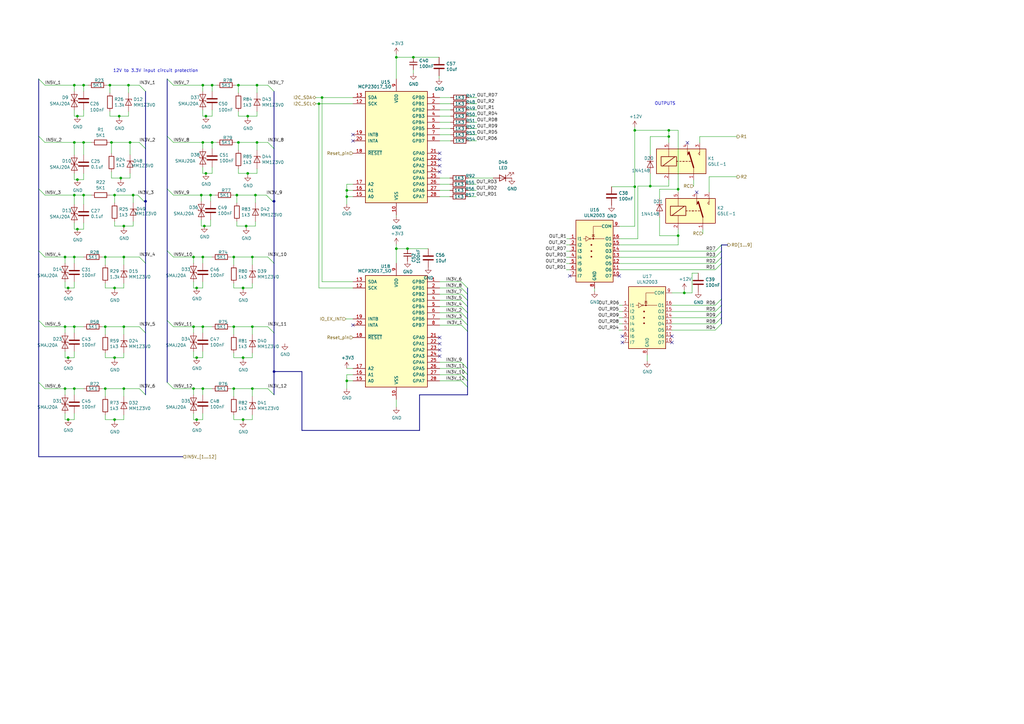
<source format=kicad_sch>
(kicad_sch (version 20230121) (generator eeschema)
  (paper "A3")
  (title_block (date "2021-04-05") (rev "2.3.3.3") (company "Evoke Motorcycles"))
  (junction (at 30.48 133.985))
  (junction (at 162.56 101.981))
  (junction (at 167.132 101.981))
  (junction (at 46.99 118.11))
  (junction (at 79.375 159.385))
  (junction (at 80.645 146.685))
  (junction (at 34.29 80.01))
  (junction (at 97.155 80.01))
  (junction (at 31.75 73.66))
  (junction (at 26.67 133.985))
  (junction (at 162.56 23.495))
  (junction (at 280.67 120.142))
  (junction (at 48.895 47.625))
  (junction (at 50.8 92.71))
  (junction (at 79.375 133.985))
  (junction (at 97.79 58.42))
  (junction (at 27.94 146.685))
  (junction (at 101.6 71.12))
  (junction (at 278.13 77.597))
  (junction (at 50.8 159.385))
  (junction (at 31.75 93.98))
  (junction (at 43.18 159.385))
  (junction (at 30.48 34.925))
  (junction (at 46.99 80.01))
  (junction (at 46.99 146.685))
  (junction (at 278.13 96.647))
  (junction (at 86.995 58.42))
  (junction (at 112.395 152.4))
  (junction (at 274.32 53.467))
  (junction (at 34.29 58.42))
  (junction (at 104.775 80.01))
  (junction (at 59.69 82.55))
  (junction (at 50.8 133.985))
  (junction (at 31.75 47.625))
  (junction (at 30.48 159.385))
  (junction (at 30.48 105.41))
  (junction (at 83.185 105.41))
  (junction (at 130.81 42.545))
  (junction (at 79.375 105.41))
  (junction (at 112.395 82.55))
  (junction (at 142.24 78.105))
  (junction (at 50.8 105.41))
  (junction (at 83.82 92.71))
  (junction (at 97.79 34.925))
  (junction (at 132.08 40.005))
  (junction (at 84.455 47.625))
  (junction (at 34.29 34.925))
  (junction (at 83.185 34.925))
  (junction (at 26.67 105.41))
  (junction (at 260.35 76.581))
  (junction (at 105.41 34.925))
  (junction (at 86.995 34.925))
  (junction (at 80.645 172.085))
  (junction (at 103.505 105.41))
  (junction (at 142.24 156.21))
  (junction (at 99.695 172.085))
  (junction (at 95.885 159.385))
  (junction (at 169.545 23.495))
  (junction (at 43.18 105.41))
  (junction (at 49.53 73.025))
  (junction (at 84.455 71.12))
  (junction (at 83.185 58.42))
  (junction (at 45.72 58.42))
  (junction (at 82.55 80.01))
  (junction (at 100.965 92.71))
  (junction (at 99.695 146.685))
  (junction (at 52.705 34.925))
  (junction (at 105.41 58.42))
  (junction (at 83.185 159.385))
  (junction (at 95.885 105.41))
  (junction (at 274.32 56.007))
  (junction (at 266.7 76.327))
  (junction (at 46.99 172.085))
  (junction (at 80.645 118.11))
  (junction (at 27.94 118.11))
  (junction (at 103.505 159.385))
  (junction (at 101.6 47.625))
  (junction (at 99.695 118.11))
  (junction (at 260.35 53.467))
  (junction (at 142.24 80.645))
  (junction (at 83.185 133.985))
  (junction (at 45.085 34.925))
  (junction (at 26.67 159.385))
  (junction (at 30.48 58.42))
  (junction (at 86.36 80.01))
  (junction (at 103.505 133.985))
  (junction (at 95.885 133.985))
  (junction (at 54.61 80.01))
  (junction (at 27.94 172.085))
  (junction (at 43.18 133.985))
  (junction (at 53.34 58.42))
  (junction (at 30.48 80.01))
  (no_connect (at 180.34 143.51))
  (no_connect (at 180.34 65.405))
  (no_connect (at 255.27 137.922))
  (no_connect (at 180.34 146.05))
  (no_connect (at 180.34 140.97))
  (no_connect (at 180.34 138.43))
  (no_connect (at 254 113.157))
  (no_connect (at 275.59 137.922))
  (no_connect (at 180.34 67.945))
  (no_connect (at 180.34 70.485))
  (no_connect (at 281.94 58.547))
  (no_connect (at 233.68 113.157))
  (no_connect (at 255.27 140.462))
  (no_connect (at 180.34 62.865))
  (no_connect (at 144.78 133.35))
  (no_connect (at 275.59 140.462))
  (no_connect (at 285.75 78.867))
  (no_connect (at 144.78 57.785))
  (no_connect (at 144.78 55.245))
  (bus_entry (at 68.58 32.385) (size 2.54 2.54))
  (bus_entry (at 189.23 130.81) (size 2.54 2.54))
  (bus_entry (at 189.23 125.73) (size 2.54 2.54))
  (bus_entry (at 295.91 132.842) (size -2.54 2.54))
  (bus_entry (at 109.855 105.41) (size 2.54 2.54))
  (bus_entry (at 295.91 102.997) (size -2.54 2.54))
  (bus_entry (at 57.15 133.985) (size 2.54 2.54))
  (bus_entry (at 68.58 102.87) (size 2.54 2.54))
  (bus_entry (at 295.91 125.222) (size -2.54 2.54))
  (bus_entry (at 189.23 128.27) (size 2.54 2.54))
  (bus_entry (at 109.855 159.385) (size 2.54 2.54))
  (bus_entry (at 295.91 105.537) (size -2.54 2.54))
  (bus_entry (at 68.58 156.845) (size 2.54 2.54))
  (bus_entry (at 189.23 133.35) (size 2.54 2.54))
  (bus_entry (at 189.23 115.57) (size 2.54 2.54))
  (bus_entry (at 68.58 77.47) (size 2.54 2.54))
  (bus_entry (at 57.15 58.42) (size 2.54 2.54))
  (bus_entry (at 295.91 130.302) (size -2.54 2.54))
  (bus_entry (at 295.91 100.457) (size -2.54 2.54))
  (bus_entry (at 189.23 123.19) (size 2.54 2.54))
  (bus_entry (at 57.15 105.41) (size 2.54 2.54))
  (bus_entry (at 295.91 127.762) (size -2.54 2.54))
  (bus_entry (at 109.855 34.925) (size 2.54 2.54))
  (bus_entry (at 15.875 77.47) (size 2.54 2.54))
  (bus_entry (at 189.23 118.11) (size 2.54 2.54))
  (bus_entry (at 295.91 122.682) (size -2.54 2.54))
  (bus_entry (at 109.22 80.01) (size 2.54 2.54))
  (bus_entry (at 15.875 156.845) (size 2.54 2.54))
  (bus_entry (at 15.875 102.87) (size 2.54 2.54))
  (bus_entry (at 189.23 151.13) (size 2.54 2.54))
  (bus_entry (at 189.23 153.67) (size 2.54 2.54))
  (bus_entry (at 189.23 156.21) (size 2.54 2.54))
  (bus_entry (at 189.23 120.65) (size 2.54 2.54))
  (bus_entry (at 109.855 58.42) (size 2.54 2.54))
  (bus_entry (at 56.515 80.01) (size 2.54 2.54))
  (bus_entry (at 15.875 55.88) (size 2.54 2.54))
  (bus_entry (at 295.91 108.077) (size -2.54 2.54))
  (bus_entry (at 57.15 34.925) (size 2.54 2.54))
  (bus_entry (at 15.875 32.385) (size 2.54 2.54))
  (bus_entry (at 57.15 159.385) (size 2.54 2.54))
  (bus_entry (at 109.855 133.985) (size 2.54 2.54))
  (bus_entry (at 15.875 131.445) (size 2.54 2.54))
  (bus_entry (at 189.23 148.59) (size 2.54 2.54))
  (bus_entry (at 68.58 131.445) (size 2.54 2.54))
  (bus_entry (at 68.58 55.88) (size 2.54 2.54))
  (wire (pts (xy 189.23 123.19) (xy 180.34 123.19)))
  (wire (pts (xy 255.27 125.222) (xy 254 125.222)))
  (wire (pts (xy 52.705 47.625) (xy 52.705 45.72)))
  (wire (pts (xy 142.24 78.105) (xy 142.24 80.645)))
  (wire (pts (xy 79.375 172.085) (xy 80.645 172.085)))
  (wire (pts (xy 255.27 127.762) (xy 253.873 127.762)))
  (wire (pts (xy 30.48 71.12) (xy 30.48 73.66)))
  (wire (pts (xy 278.13 100.457) (xy 278.13 96.647)))
  (wire (pts (xy 79.375 146.685) (xy 80.645 146.685)))
  (wire (pts (xy 180.34 55.245) (xy 184.785 55.245)))
  (wire (pts (xy 254 110.617) (xy 293.37 110.617)))
  (wire (pts (xy 95.885 170.18) (xy 95.885 172.085)))
  (wire (pts (xy 88.9 58.42) (xy 86.995 58.42)))
  (wire (pts (xy 46.99 83.185) (xy 46.99 80.01)))
  (wire (pts (xy 79.375 159.385) (xy 71.12 159.385)))
  (wire (pts (xy 99.695 172.085) (xy 103.505 172.085)))
  (wire (pts (xy 94.615 105.41) (xy 95.885 105.41)))
  (wire (pts (xy 83.185 144.145) (xy 83.185 146.685)))
  (wire (pts (xy 270.51 77.597) (xy 278.13 77.597)))
  (wire (pts (xy 86.995 133.985) (xy 83.185 133.985)))
  (wire (pts (xy 37.465 58.42) (xy 34.29 58.42)))
  (wire (pts (xy 233.68 105.537) (xy 232.283 105.537)))
  (wire (pts (xy 83.185 118.11) (xy 80.645 118.11)))
  (bus (pts (xy 68.58 131.445) (xy 68.58 156.845)))
  (wire (pts (xy 41.91 105.41) (xy 43.18 105.41)))
  (wire (pts (xy 83.185 161.925) (xy 83.185 159.385)))
  (bus (pts (xy 191.77 161.925) (xy 172.085 161.925)))
  (wire (pts (xy 30.48 63.5) (xy 30.48 58.42)))
  (wire (pts (xy 30.48 47.625) (xy 31.75 47.625)))
  (wire (pts (xy 43.815 34.925) (xy 45.085 34.925)))
  (wire (pts (xy 45.085 38.1) (xy 45.085 34.925)))
  (bus (pts (xy 295.91 125.222) (xy 295.91 127.762)))
  (bus (pts (xy 191.77 153.67) (xy 191.77 156.21)))
  (bus (pts (xy 112.395 107.95) (xy 112.395 136.525)))
  (wire (pts (xy 275.59 132.842) (xy 293.37 132.842)))
  (wire (pts (xy 34.29 58.42) (xy 34.29 63.5)))
  (wire (pts (xy 50.8 92.71) (xy 54.61 92.71)))
  (wire (pts (xy 95.885 105.41) (xy 103.505 105.41)))
  (wire (pts (xy 142.24 78.105) (xy 144.78 78.105)))
  (wire (pts (xy 97.79 38.1) (xy 97.79 34.925)))
  (wire (pts (xy 142.24 153.67) (xy 142.24 156.21)))
  (wire (pts (xy 50.8 133.985) (xy 50.8 137.16)))
  (wire (pts (xy 105.41 71.12) (xy 105.41 69.215)))
  (wire (pts (xy 53.34 63.5) (xy 53.34 58.42)))
  (wire (pts (xy 142.24 151.13) (xy 144.78 151.13)))
  (wire (pts (xy 82.55 90.17) (xy 82.55 92.71)))
  (wire (pts (xy 162.56 88.9) (xy 162.56 88.265)))
  (wire (pts (xy 45.72 62.865) (xy 45.72 58.42)))
  (wire (pts (xy 275.59 127.762) (xy 293.37 127.762)))
  (bus (pts (xy 123.825 152.4) (xy 112.395 152.4)))
  (wire (pts (xy 283.845 120.142) (xy 280.67 120.142)))
  (wire (pts (xy 43.18 116.205) (xy 43.18 118.11)))
  (wire (pts (xy 141.859 130.81) (xy 144.78 130.81)))
  (wire (pts (xy 43.18 159.385) (xy 50.8 159.385)))
  (wire (pts (xy 94.615 133.985) (xy 95.885 133.985)))
  (wire (pts (xy 95.885 118.11) (xy 99.695 118.11)))
  (wire (pts (xy 95.885 146.685) (xy 99.695 146.685)))
  (wire (pts (xy 30.48 58.42) (xy 34.29 58.42)))
  (wire (pts (xy 45.085 47.625) (xy 48.895 47.625)))
  (wire (pts (xy 132.08 40.005) (xy 132.08 115.57)))
  (bus (pts (xy 191.77 118.11) (xy 191.77 120.65)))
  (wire (pts (xy 43.18 144.78) (xy 43.18 146.685)))
  (wire (pts (xy 45.72 58.42) (xy 53.34 58.42)))
  (bus (pts (xy 112.395 82.55) (xy 112.395 107.95)))
  (wire (pts (xy 83.185 146.685) (xy 80.645 146.685)))
  (wire (pts (xy 79.375 133.985) (xy 83.185 133.985)))
  (wire (pts (xy 26.67 159.385) (xy 18.415 159.385)))
  (wire (pts (xy 192.405 55.245) (xy 195.58 55.245)))
  (wire (pts (xy 46.99 118.745) (xy 46.99 118.11)))
  (bus (pts (xy 295.91 122.682) (xy 295.91 125.222)))
  (wire (pts (xy 103.505 172.085) (xy 103.505 170.18)))
  (wire (pts (xy 169.545 23.495) (xy 180.086 23.495)))
  (bus (pts (xy 59.69 107.95) (xy 59.69 136.525)))
  (wire (pts (xy 30.48 107.95) (xy 30.48 105.41)))
  (wire (pts (xy 86.995 105.41) (xy 83.185 105.41)))
  (wire (pts (xy 30.48 93.98) (xy 31.75 93.98)))
  (wire (pts (xy 53.34 58.42) (xy 57.15 58.42)))
  (wire (pts (xy 88.9 34.925) (xy 86.995 34.925)))
  (wire (pts (xy 95.885 159.385) (xy 103.505 159.385)))
  (wire (pts (xy 30.48 118.11) (xy 27.94 118.11)))
  (wire (pts (xy 49.53 73.025) (xy 53.34 73.025)))
  (wire (pts (xy 142.24 153.67) (xy 144.78 153.67)))
  (wire (pts (xy 275.59 120.142) (xy 280.67 120.142)))
  (wire (pts (xy 48.895 48.26) (xy 48.895 47.625)))
  (wire (pts (xy 83.185 172.085) (xy 80.645 172.085)))
  (wire (pts (xy 79.375 136.525) (xy 79.375 133.985)))
  (wire (pts (xy 278.13 100.457) (xy 254 100.457)))
  (wire (pts (xy 82.55 80.01) (xy 71.12 80.01)))
  (wire (pts (xy 88.265 80.01) (xy 86.36 80.01)))
  (wire (pts (xy 192.405 52.705) (xy 195.58 52.705)))
  (wire (pts (xy 79.375 144.145) (xy 79.375 146.685)))
  (wire (pts (xy 30.48 37.465) (xy 30.48 34.925)))
  (wire (pts (xy 45.085 45.72) (xy 45.085 47.625)))
  (bus (pts (xy 15.875 131.445) (xy 15.875 156.845)))
  (wire (pts (xy 105.41 47.625) (xy 105.41 45.72)))
  (wire (pts (xy 30.48 45.085) (xy 30.48 47.625)))
  (wire (pts (xy 261.62 76.327) (xy 266.7 76.327)))
  (bus (pts (xy 295.91 100.457) (xy 298.45 100.457)))
  (wire (pts (xy 43.18 105.41) (xy 50.8 105.41)))
  (wire (pts (xy 180.34 80.645) (xy 184.531 80.645)))
  (wire (pts (xy 97.155 83.185) (xy 97.155 80.01)))
  (wire (pts (xy 254 108.077) (xy 293.37 108.077)))
  (wire (pts (xy 266.7 71.247) (xy 266.7 76.327)))
  (wire (pts (xy 189.23 120.65) (xy 180.34 120.65)))
  (wire (pts (xy 192.405 42.545) (xy 195.58 42.545)))
  (wire (pts (xy 34.29 105.41) (xy 30.48 105.41)))
  (wire (pts (xy 101.6 71.755) (xy 101.6 71.12)))
  (wire (pts (xy 180.34 47.625) (xy 184.785 47.625)))
  (bus (pts (xy 191.77 156.21) (xy 191.77 158.75)))
  (wire (pts (xy 192.405 47.625) (xy 195.58 47.625)))
  (wire (pts (xy 162.56 101.981) (xy 162.56 107.95)))
  (wire (pts (xy 233.68 110.617) (xy 232.283 110.617)))
  (wire (pts (xy 86.36 82.55) (xy 86.36 80.01)))
  (wire (pts (xy 71.12 34.925) (xy 83.185 34.925)))
  (wire (pts (xy 180.34 73.025) (xy 184.531 73.025)))
  (wire (pts (xy 95.885 162.56) (xy 95.885 159.385)))
  (wire (pts (xy 43.18 137.16) (xy 43.18 133.985)))
  (wire (pts (xy 50.8 172.085) (xy 50.8 170.18)))
  (wire (pts (xy 43.18 162.56) (xy 43.18 159.385)))
  (wire (pts (xy 26.67 159.385) (xy 30.48 159.385)))
  (wire (pts (xy 86.995 45.085) (xy 86.995 47.625)))
  (wire (pts (xy 95.885 144.78) (xy 95.885 146.685)))
  (wire (pts (xy 180.34 57.785) (xy 184.785 57.785)))
  (wire (pts (xy 104.775 92.71) (xy 104.775 90.805)))
  (wire (pts (xy 274.32 53.467) (xy 260.35 53.467)))
  (wire (pts (xy 275.59 125.222) (xy 293.37 125.222)))
  (wire (pts (xy 79.375 105.41) (xy 71.12 105.41)))
  (wire (pts (xy 45.72 70.485) (xy 45.72 73.025)))
  (wire (pts (xy 233.68 100.457) (xy 232.283 100.457)))
  (wire (pts (xy 109.855 58.42) (xy 105.41 58.42)))
  (wire (pts (xy 260.35 52.197) (xy 260.35 53.467)))
  (bus (pts (xy 191.77 120.65) (xy 191.77 123.19)))
  (wire (pts (xy 142.24 156.21) (xy 142.24 159.385)))
  (wire (pts (xy 192.405 50.165) (xy 195.58 50.165)))
  (wire (pts (xy 26.67 133.985) (xy 30.48 133.985)))
  (wire (pts (xy 254 105.537) (xy 293.37 105.537)))
  (wire (pts (xy 95.885 108.585) (xy 95.885 105.41)))
  (wire (pts (xy 53.34 73.025) (xy 53.34 71.12)))
  (wire (pts (xy 97.155 92.71) (xy 100.965 92.71)))
  (wire (pts (xy 180.34 128.27) (xy 189.23 128.27)))
  (wire (pts (xy 26.67 105.41) (xy 18.415 105.41)))
  (wire (pts (xy 83.185 58.42) (xy 71.12 58.42)))
  (bus (pts (xy 112.395 152.4) (xy 112.395 161.925)))
  (wire (pts (xy 97.79 47.625) (xy 101.6 47.625)))
  (wire (pts (xy 130.81 42.545) (xy 144.78 42.545)))
  (bus (pts (xy 59.69 37.465) (xy 59.69 60.96)))
  (wire (pts (xy 265.43 145.542) (xy 265.43 148.082)))
  (wire (pts (xy 254 102.997) (xy 293.37 102.997)))
  (wire (pts (xy 103.505 118.11) (xy 103.505 116.205)))
  (bus (pts (xy 68.58 55.88) (xy 68.58 77.47)))
  (wire (pts (xy 180.34 40.005) (xy 184.785 40.005)))
  (wire (pts (xy 287.02 56.007) (xy 287.02 58.547)))
  (wire (pts (xy 46.99 80.01) (xy 45.085 80.01)))
  (wire (pts (xy 233.68 108.077) (xy 232.283 108.077)))
  (bus (pts (xy 191.77 123.19) (xy 191.77 125.73)))
  (wire (pts (xy 50.8 146.685) (xy 50.8 144.78)))
  (wire (pts (xy 30.48 91.44) (xy 30.48 93.98)))
  (bus (pts (xy 112.395 37.465) (xy 112.395 60.96)))
  (wire (pts (xy 43.18 172.085) (xy 46.99 172.085)))
  (wire (pts (xy 34.29 159.385) (xy 30.48 159.385)))
  (wire (pts (xy 254 97.917) (xy 261.62 97.917)))
  (bus (pts (xy 295.91 100.457) (xy 295.91 102.997)))
  (wire (pts (xy 280.67 120.142) (xy 280.67 118.872)))
  (bus (pts (xy 59.69 136.525) (xy 59.69 161.925)))
  (wire (pts (xy 45.72 73.025) (xy 49.53 73.025)))
  (wire (pts (xy 192.405 57.785) (xy 195.453 57.785)))
  (wire (pts (xy 50.8 93.345) (xy 50.8 92.71)))
  (wire (pts (xy 192.151 73.025) (xy 202.311 73.025)))
  (wire (pts (xy 97.79 45.72) (xy 97.79 47.625)))
  (bus (pts (xy 191.77 128.27) (xy 191.77 130.81)))
  (bus (pts (xy 191.77 133.35) (xy 191.77 135.89)))
  (wire (pts (xy 30.48 80.01) (xy 30.48 83.82)))
  (wire (pts (xy 169.545 23.495) (xy 162.56 23.495)))
  (wire (pts (xy 99.695 172.72) (xy 99.695 172.085)))
  (wire (pts (xy 142.24 80.645) (xy 142.24 83.82)))
  (wire (pts (xy 30.48 161.925) (xy 30.48 159.385)))
  (wire (pts (xy 302.26 72.517) (xy 290.83 72.517)))
  (wire (pts (xy 97.79 58.42) (xy 105.41 58.42)))
  (wire (pts (xy 142.24 75.565) (xy 144.78 75.565)))
  (wire (pts (xy 94.615 159.385) (xy 95.885 159.385)))
  (wire (pts (xy 26.67 144.145) (xy 26.67 146.685)))
  (wire (pts (xy 54.61 80.01) (xy 56.515 80.01)))
  (wire (pts (xy 26.67 118.11) (xy 27.94 118.11)))
  (wire (pts (xy 43.18 170.18) (xy 43.18 172.085)))
  (wire (pts (xy 103.505 133.985) (xy 103.505 137.16)))
  (wire (pts (xy 95.885 133.985) (xy 103.505 133.985)))
  (wire (pts (xy 83.185 37.465) (xy 83.185 34.925)))
  (wire (pts (xy 192.151 78.105) (xy 195.326 78.105)))
  (wire (pts (xy 26.67 133.985) (xy 18.415 133.985)))
  (wire (pts (xy 278.13 53.467) (xy 274.32 53.467)))
  (wire (pts (xy 34.29 47.625) (xy 31.75 47.625)))
  (bus (pts (xy 68.58 102.87) (xy 68.58 131.445)))
  (wire (pts (xy 129.54 40.005) (xy 132.08 40.005)))
  (wire (pts (xy 105.41 34.925) (xy 105.41 38.1)))
  (wire (pts (xy 96.52 34.925) (xy 97.79 34.925)))
  (wire (pts (xy 30.48 115.57) (xy 30.48 118.11)))
  (bus (pts (xy 191.77 151.13) (xy 191.77 153.67)))
  (wire (pts (xy 243.84 119.507) (xy 243.84 118.237)))
  (bus (pts (xy 172.085 161.925) (xy 172.085 176.53)))
  (wire (pts (xy 132.08 115.57) (xy 144.78 115.57)))
  (bus (pts (xy 59.055 82.55) (xy 59.69 82.55)))
  (wire (pts (xy 79.375 133.985) (xy 71.12 133.985)))
  (wire (pts (xy 260.35 53.467) (xy 260.35 76.581)))
  (wire (pts (xy 83.185 136.525) (xy 83.185 133.985)))
  (wire (pts (xy 79.375 161.925) (xy 79.375 159.385)))
  (wire (pts (xy 30.48 169.545) (xy 30.48 172.085)))
  (wire (pts (xy 104.775 80.01) (xy 104.775 83.185)))
  (wire (pts (xy 34.29 80.01) (xy 34.29 83.82)))
  (wire (pts (xy 270.51 89.027) (xy 270.51 96.647)))
  (wire (pts (xy 260.35 76.581) (xy 260.35 92.837)))
  (wire (pts (xy 180.34 45.085) (xy 184.785 45.085)))
  (wire (pts (xy 18.415 34.925) (xy 30.48 34.925)))
  (wire (pts (xy 266.7 76.327) (xy 274.32 76.327)))
  (wire (pts (xy 103.505 159.385) (xy 103.505 162.56)))
  (wire (pts (xy 82.55 80.01) (xy 86.36 80.01)))
  (wire (pts (xy 180.34 42.545) (xy 184.785 42.545)))
  (wire (pts (xy 142.24 156.21) (xy 144.78 156.21)))
  (wire (pts (xy 175.641 101.981) (xy 167.132 101.981)))
  (wire (pts (xy 86.995 37.465) (xy 86.995 34.925)))
  (wire (pts (xy 97.155 90.805) (xy 97.155 92.71)))
  (wire (pts (xy 283.845 112.014) (xy 283.845 120.142)))
  (wire (pts (xy 46.99 172.085) (xy 50.8 172.085)))
  (wire (pts (xy 83.185 169.545) (xy 83.185 172.085)))
  (bus (pts (xy 123.825 176.53) (xy 123.825 152.4)))
  (wire (pts (xy 96.52 58.42) (xy 97.79 58.42)))
  (bus (pts (xy 59.69 60.96) (xy 59.69 82.55)))
  (wire (pts (xy 26.67 136.525) (xy 26.67 133.985)))
  (wire (pts (xy 101.6 48.26) (xy 101.6 47.625)))
  (wire (pts (xy 86.36 90.17) (xy 86.36 92.71)))
  (bus (pts (xy 295.91 105.537) (xy 295.91 108.077)))
  (wire (pts (xy 233.68 97.917) (xy 232.41 97.917)))
  (wire (pts (xy 192.405 40.005) (xy 195.58 40.005)))
  (wire (pts (xy 86.995 159.385) (xy 83.185 159.385)))
  (bus (pts (xy 191.77 130.81) (xy 191.77 133.35)))
  (bus (pts (xy 191.77 125.73) (xy 191.77 128.27)))
  (wire (pts (xy 79.375 115.57) (xy 79.375 118.11)))
  (wire (pts (xy 261.62 97.917) (xy 261.62 76.327)))
  (wire (pts (xy 180.34 133.35) (xy 189.23 133.35)))
  (wire (pts (xy 189.23 148.59) (xy 180.34 148.59)))
  (wire (pts (xy 46.99 92.71) (xy 50.8 92.71)))
  (wire (pts (xy 180.34 125.73) (xy 189.23 125.73)))
  (wire (pts (xy 86.36 92.71) (xy 83.82 92.71)))
  (wire (pts (xy 34.29 91.44) (xy 34.29 93.98)))
  (wire (pts (xy 83.185 68.58) (xy 83.185 71.12)))
  (wire (pts (xy 83.185 58.42) (xy 86.995 58.42)))
  (bus (pts (xy 111.76 82.55) (xy 112.395 82.55)))
  (wire (pts (xy 30.48 73.66) (xy 31.75 73.66)))
  (wire (pts (xy 288.29 95.758) (xy 288.29 94.107)))
  (wire (pts (xy 109.855 105.41) (xy 103.505 105.41)))
  (wire (pts (xy 95.885 172.085) (xy 99.695 172.085)))
  (wire (pts (xy 26.67 146.685) (xy 27.94 146.685)))
  (wire (pts (xy 97.79 71.12) (xy 101.6 71.12)))
  (wire (pts (xy 46.99 147.32) (xy 46.99 146.685)))
  (wire (pts (xy 26.67 105.41) (xy 30.48 105.41)))
  (bus (pts (xy 15.875 32.385) (xy 15.875 55.88)))
  (wire (pts (xy 144.78 118.11) (xy 130.81 118.11)))
  (wire (pts (xy 290.83 72.517) (xy 290.83 78.867)))
  (wire (pts (xy 41.91 133.985) (xy 43.18 133.985)))
  (bus (pts (xy 15.875 102.87) (xy 15.875 131.445)))
  (wire (pts (xy 26.67 161.925) (xy 26.67 159.385)))
  (wire (pts (xy 52.705 34.925) (xy 52.705 38.1)))
  (wire (pts (xy 97.79 69.215) (xy 97.79 71.12)))
  (wire (pts (xy 255.27 130.302) (xy 253.873 130.302)))
  (wire (pts (xy 34.29 37.465) (xy 34.29 34.925)))
  (wire (pts (xy 274.32 58.547) (xy 274.32 56.007)))
  (wire (pts (xy 41.91 159.385) (xy 43.18 159.385)))
  (wire (pts (xy 103.505 105.41) (xy 103.505 108.585)))
  (wire (pts (xy 192.151 80.645) (xy 195.326 80.645)))
  (wire (pts (xy 95.885 80.01) (xy 97.155 80.01)))
  (wire (pts (xy 101.6 47.625) (xy 105.41 47.625)))
  (wire (pts (xy 54.61 92.71) (xy 54.61 90.805)))
  (bus (pts (xy 68.58 77.47) (xy 68.58 102.87)))
  (wire (pts (xy 286.385 112.014) (xy 283.845 112.014)))
  (wire (pts (xy 48.895 47.625) (xy 52.705 47.625)))
  (bus (pts (xy 295.91 102.997) (xy 295.91 105.537)))
  (bus (pts (xy 295.91 108.077) (xy 295.91 122.682)))
  (wire (pts (xy 233.68 102.997) (xy 232.283 102.997)))
  (wire (pts (xy 57.15 133.985) (xy 50.8 133.985)))
  (wire (pts (xy 30.48 34.925) (xy 34.29 34.925)))
  (wire (pts (xy 278.13 96.647) (xy 278.13 94.107)))
  (wire (pts (xy 83.185 107.95) (xy 83.185 105.41)))
  (wire (pts (xy 83.185 34.925) (xy 86.995 34.925)))
  (wire (pts (xy 180.34 78.105) (xy 184.531 78.105)))
  (wire (pts (xy 250.825 76.581) (xy 260.35 76.581)))
  (bus (pts (xy 15.875 187.325) (xy 74.93 187.325)))
  (wire (pts (xy 109.855 159.385) (xy 103.505 159.385)))
  (wire (pts (xy 30.48 144.145) (xy 30.48 146.685)))
  (wire (pts (xy 278.13 77.597) (xy 278.13 78.867)))
  (wire (pts (xy 97.79 61.595) (xy 97.79 58.42)))
  (wire (pts (xy 26.67 107.95) (xy 26.67 105.41)))
  (bus (pts (xy 295.91 127.762) (xy 295.91 130.302)))
  (wire (pts (xy 83.185 60.96) (xy 83.185 58.42)))
  (wire (pts (xy 109.855 133.985) (xy 103.505 133.985)))
  (bus (pts (xy 15.875 55.88) (xy 15.875 77.47)))
  (wire (pts (xy 34.29 73.66) (xy 31.75 73.66)))
  (wire (pts (xy 45.085 34.925) (xy 52.705 34.925)))
  (bus (pts (xy 112.395 136.525) (xy 112.395 152.4)))
  (wire (pts (xy 189.23 115.57) (xy 180.34 115.57)))
  (wire (pts (xy 95.885 116.205) (xy 95.885 118.11)))
  (wire (pts (xy 79.375 105.41) (xy 83.185 105.41)))
  (wire (pts (xy 46.99 90.805) (xy 46.99 92.71)))
  (wire (pts (xy 130.81 118.11) (xy 130.81 42.545)))
  (wire (pts (xy 86.995 68.58) (xy 86.995 71.12)))
  (wire (pts (xy 83.185 71.12) (xy 84.455 71.12)))
  (wire (pts (xy 192.151 75.565) (xy 195.326 75.565)))
  (wire (pts (xy 26.67 172.085) (xy 27.94 172.085)))
  (wire (pts (xy 129.54 42.545) (xy 130.81 42.545)))
  (wire (pts (xy 43.18 133.985) (xy 50.8 133.985)))
  (wire (pts (xy 270.51 96.647) (xy 278.13 96.647)))
  (wire (pts (xy 192.405 45.085) (xy 195.58 45.085)))
  (wire (pts (xy 162.56 100.203) (xy 162.56 101.981)))
  (wire (pts (xy 100.965 93.345) (xy 100.965 92.71)))
  (wire (pts (xy 274.32 56.007) (xy 274.32 53.467)))
  (bus (pts (xy 112.395 60.96) (xy 112.395 82.55)))
  (wire (pts (xy 34.29 45.085) (xy 34.29 47.625)))
  (wire (pts (xy 180.34 50.165) (xy 184.785 50.165)))
  (wire (pts (xy 30.48 136.525) (xy 30.48 133.985)))
  (wire (pts (xy 45.085 58.42) (xy 45.72 58.42)))
  (wire (pts (xy 99.695 118.11) (xy 103.505 118.11)))
  (wire (pts (xy 18.415 80.01) (xy 30.48 80.01)))
  (wire (pts (xy 49.53 73.66) (xy 49.53 73.025)))
  (wire (pts (xy 97.79 34.925) (xy 105.41 34.925)))
  (bus (pts (xy 295.91 130.302) (xy 295.91 132.842)))
  (wire (pts (xy 30.48 146.685) (xy 27.94 146.685)))
  (wire (pts (xy 180.34 75.565) (xy 184.531 75.565)))
  (wire (pts (xy 79.375 118.11) (xy 80.645 118.11)))
  (wire (pts (xy 34.29 133.985) (xy 30.48 133.985)))
  (wire (pts (xy 260.35 92.837) (xy 254 92.837)))
  (wire (pts (xy 275.59 135.382) (xy 293.37 135.382)))
  (wire (pts (xy 86.995 71.12) (xy 84.455 71.12)))
  (wire (pts (xy 95.885 137.16) (xy 95.885 133.985)))
  (wire (pts (xy 82.55 82.55) (xy 82.55 80.01)))
  (wire (pts (xy 97.155 80.01) (xy 104.775 80.01)))
  (wire (pts (xy 99.695 118.745) (xy 99.695 118.11)))
  (wire (pts (xy 270.51 81.407) (xy 270.51 77.597)))
  (wire (pts (xy 189.23 151.13) (xy 180.34 151.13)))
  (bus (pts (xy 15.875 77.47) (xy 15.875 102.87)))
  (wire (pts (xy 46.99 80.01) (xy 54.61 80.01)))
  (wire (pts (xy 142.24 80.645) (xy 144.78 80.645)))
  (wire (pts (xy 100.965 92.71) (xy 104.775 92.71)))
  (wire (pts (xy 169.545 28.575) (xy 169.545 30.099)))
  (wire (pts (xy 167.132 101.981) (xy 162.56 101.981)))
  (wire (pts (xy 83.185 115.57) (xy 83.185 118.11)))
  (wire (pts (xy 105.41 58.42) (xy 105.41 61.595)))
  (wire (pts (xy 36.195 34.925) (xy 34.29 34.925)))
  (wire (pts (xy 180.34 156.21) (xy 189.23 156.21)))
  (wire (pts (xy 46.99 146.685) (xy 50.8 146.685)))
  (wire (pts (xy 162.56 167.005) (xy 162.56 163.83)))
  (wire (pts (xy 30.48 80.01) (xy 34.29 80.01)))
  (bus (pts (xy 68.58 32.385) (xy 68.58 55.88)))
  (wire (pts (xy 57.15 34.925) (xy 52.705 34.925)))
  (wire (pts (xy 86.995 60.96) (xy 86.995 58.42)))
  (wire (pts (xy 101.6 71.12) (xy 105.41 71.12)))
  (wire (pts (xy 34.29 71.12) (xy 34.29 73.66)))
  (wire (pts (xy 43.18 108.585) (xy 43.18 105.41)))
  (wire (pts (xy 255.27 135.382) (xy 253.873 135.382)))
  (wire (pts (xy 34.29 93.98) (xy 31.75 93.98)))
  (wire (pts (xy 57.15 105.41) (xy 50.8 105.41)))
  (wire (pts (xy 50.8 118.11) (xy 50.8 116.205)))
  (bus (pts (xy 191.77 135.89) (xy 191.77 151.13)))
  (wire (pts (xy 109.855 34.925) (xy 105.41 34.925)))
  (wire (pts (xy 57.15 159.385) (xy 50.8 159.385)))
  (wire (pts (xy 18.415 58.42) (xy 30.48 58.42)))
  (wire (pts (xy 37.465 80.01) (xy 34.29 80.01)))
  (bus (pts (xy 15.875 156.845) (xy 15.875 187.325)))
  (wire (pts (xy 302.26 56.007) (xy 287.02 56.007)))
  (wire (pts (xy 99.695 146.685) (xy 103.505 146.685)))
  (wire (pts (xy 79.375 107.95) (xy 79.375 105.41)))
  (wire (pts (xy 266.7 56.007) (xy 274.32 56.007)))
  (wire (pts (xy 99.695 147.32) (xy 99.695 146.685)))
  (wire (pts (xy 255.27 132.842) (xy 253.873 132.842)))
  (wire (pts (xy 43.18 118.11) (xy 46.99 118.11)))
  (wire (pts (xy 46.99 118.11) (xy 50.8 118.11)))
  (wire (pts (xy 180.34 153.67) (xy 189.23 153.67)))
  (wire (pts (xy 83.185 45.085) (xy 83.185 47.625)))
  (wire (pts (xy 26.67 169.545) (xy 26.67 172.085)))
  (wire (pts (xy 162.56 22.225) (xy 162.56 23.495)))
  (wire (pts (xy 103.505 146.685) (xy 103.505 144.78)))
  (wire (pts (xy 83.185 47.625) (xy 84.455 47.625)))
  (wire (pts (xy 43.18 146.685) (xy 46.99 146.685)))
  (wire (pts (xy 79.375 169.545) (xy 79.375 172.085)))
  (wire (pts (xy 86.995 47.625) (xy 84.455 47.625)))
  (bus (pts (xy 59.69 82.55) (xy 59.69 107.95)))
  (wire (pts (xy 189.23 130.81) (xy 180.34 130.81)))
  (wire (pts (xy 54.61 83.185) (xy 54.61 80.01)))
  (wire (pts (xy 132.08 40.005) (xy 144.78 40.005)))
  (wire (pts (xy 266.7 63.627) (xy 266.7 56.007)))
  (wire (pts (xy 46.99 172.72) (xy 46.99 172.085)))
  (wire (pts (xy 82.55 92.71) (xy 83.82 92.71)))
  (wire (pts (xy 26.67 115.57) (xy 26.67 118.11)))
  (wire (pts (xy 79.375 159.385) (xy 83.185 159.385)))
  (wire (pts (xy 284.48 73.787) (xy 284.48 76.327)))
  (wire (pts (xy 109.22 80.01) (xy 104.775 80.01)))
  (wire (pts (xy 180.086 31.115) (xy 180.086 32.131)))
  (wire (pts (xy 274.32 73.787) (xy 274.32 76.327)))
  (wire (pts (xy 180.34 52.705) (xy 184.785 52.705)))
  (wire (pts (xy 278.13 53.467) (xy 278.13 77.597)))
  (wire (pts (xy 189.23 118.11) (xy 180.34 118.11)))
  (bus (pts (xy 191.77 158.75) (xy 191.77 161.925)))
  (wire (pts (xy 162.56 23.495) (xy 162.56 32.385)))
  (wire (pts (xy 142.24 75.565) (xy 142.24 78.105)))
  (bus (pts (xy 172.085 176.53) (xy 123.825 176.53)))
  (wire (pts (xy 50.8 159.385) (xy 50.8 162.56)))
  (wire (pts (xy 275.59 130.302) (xy 293.37 130.302)))
  (wire (pts (xy 50.8 105.41) (xy 50.8 108.585)))
  (wire (pts (xy 30.48 172.085) (xy 27.94 172.085)))
  (text "OUTPUTS" (at 268.478 43.307 0) (effects (font (size 1.27 1.27)) (justify left bottom)))
  (text "12V to 3.3V input circuit protection" (at 46.355 29.845 0) (effects (font (size 1.27 1.27)) (justify left bottom)))
  (label "OUT_RD3" (at 195.326 75.565 0))
  (label "IN5V_7" (at 71.12 34.925 0))
  (label "IN5V_1" (at 18.415 34.925 0))
  (label "OUT_RD4" (at 195.58 47.625 0))
  (label "RD2" (at 289.56 108.077 0))
  (label "OUT_R2" (at 232.283 100.457 180))
  (label "IN5V_4" (at 18.415 105.41 0))
  (label "IN3V_9" (at 109.22 80.01 0))
  (label "IN5V_5" (at 18.415 133.985 0))
  (label "IN3V_11" (at 182.88 151.13 0))
  (label "OUT_RD3" (at 232.283 105.537 180))
  (label "IN3V_10" (at 182.88 153.67 0))
  (label "OUT_RD6" (at 254 125.222 180))
  (label "IN3V_6" (at 182.88 115.57 0))
  (label "IN5V_12" (at 71.12 159.385 0))
  (label "OUT_RD1" (at 232.283 110.617 180))
  (label "IN3V_8" (at 182.88 118.11 0))
  (label "OUT_RD7" (at 195.58 40.005 0))
  (label "OUT_RD2" (at 195.326 78.105 0))
  (label "IN3V_7" (at 182.88 120.65 0))
  (label "IN3V_3" (at 182.88 130.81 0))
  (label "OUT_R2" (at 195.58 42.545 0))
  (label "IN5V_9" (at 71.12 80.01 0))
  (label "IN3V_1" (at 57.15 34.925 0))
  (label "OUT_RD9" (at 253.873 130.302 180))
  (label "IN3V_2" (at 182.88 128.27 0))
  (label "OUT_RD7" (at 232.283 102.997 180))
  (label "IN5V_10" (at 71.12 105.41 0))
  (label "OUT_RD2" (at 232.283 108.077 180))
  (label "IN3V_4" (at 57.15 105.41 0))
  (label "IN3V_12" (at 109.855 159.385 0))
  (label "RD6" (at 289.56 125.222 0))
  (label "IN3V_2" (at 57.15 58.42 0))
  (label "RD4" (at 289.56 135.382 0))
  (label "IN5V_6" (at 18.415 159.385 0))
  (label "RD1" (at 289.56 110.617 0))
  (label "RD8" (at 289.56 132.842 0))
  (label "OUT_RD6" (at 195.453 57.785 0))
  (label "RD3" (at 289.56 105.537 0))
  (label "IN3V_9" (at 182.88 148.59 0))
  (label "IN3V_6" (at 57.15 159.385 0))
  (label "IN3V_12" (at 182.88 156.21 0))
  (label "IN3V_7" (at 109.855 34.925 0))
  (label "OUT_RD8" (at 253.873 132.842 180))
  (label "OUT_R1" (at 232.41 97.917 180))
  (label "IN3V_1" (at 183.134 133.35 0))
  (label "OUT_RD5" (at 253.873 127.762 180))
  (label "OUT_RD9" (at 195.58 52.705 0))
  (label "IN5V_8" (at 71.12 58.42 0))
  (label "IN5V_11" (at 71.12 133.985 0))
  (label "IN3V_11" (at 109.855 133.985 0))
  (label "OUT_RD8" (at 195.58 50.165 0))
  (label "RD7" (at 289.56 102.997 0))
  (label "RD5" (at 289.56 127.762 0))
  (label "IN3V_10" (at 109.855 105.41 0))
  (label "IN3V_4" (at 182.88 125.73 0))
  (label "IN3V_5" (at 182.88 123.19 0))
  (label "OUT_RD4" (at 253.873 135.382 180))
  (label "IN5V_2" (at 25.4 58.42 180))
  (label "IN3V_5" (at 57.15 133.985 0))
  (label "OUT_RD5" (at 195.58 55.245 0))
  (label "OUT_R1" (at 195.58 45.085 0))
  (label "OUT_RD1" (at 195.326 80.645 0))
  (label "IN5V_3" (at 18.415 80.01 0))
  (label "RD9" (at 289.56 130.302 0))
  (label "IN3V_8" (at 109.855 58.42 0))
  (label "IN3V_3" (at 56.515 80.01 0))
  (hierarchical_label "RC" (shape input) (at 288.29 95.758 180))
  (hierarchical_label "R2" (shape output) (at 302.26 72.517 0))
  (hierarchical_label "RD[1...9]" (shape output) (at 298.45 100.457 0))
  (hierarchical_label "Reset_pin" (shape input) (at 144.78 138.43 180))
  (hierarchical_label "I2C_SDA" (shape bidirectional) (at 129.54 40.005 180))
  (hierarchical_label "I2C_SCL" (shape bidirectional) (at 129.54 42.545 180))
  (hierarchical_label "IN5V_[1...12]" (shape input) (at 74.93 187.325 0))
  (hierarchical_label "Reset_pin" (shape input) (at 144.78 62.865 180))
  (hierarchical_label "IO_EX_INT" (shape input) (at 141.859 130.81 180))
  (hierarchical_label "R1" (shape output) (at 302.26 56.007 0))
  (hierarchical_label "RC" (shape input) (at 284.48 76.327 180))
  (symbol (lib_id "ESP32-CAN-rescue:ULN2003-Transistor_Array") (at 265.43 130.302 0) (unit 1)
    (property "Reference" "U17" (at 265.43 113.3602 0))
    (property "Value" "ULN2003" (at 265.43 115.6716 0))
    (property "Footprint" "Package_SO:SOIC-16_3.9x9.9mm_P1.27mm" (effects hide))
    (property "Datasheet" "http://www.ti.com/lit/ds/symlink/uln2003a.pdf" (effects hide))
  )
  (symbol (lib_id "ESP32-CAN-rescue:MCP23017_SO-Interface_Expansion") (at 162.56 60.325 0) (unit 1)
    (property "Reference" "U15" (at 158.115 33.655 0))
    (property "Value" "MCP23017_SO" (at 153.67 35.56 0))
    (property "Footprint" "Package_SO:SOIC-28W_7.5x17.9mm_P1.27mm" (effects hide))
    (property "Datasheet" "http://ww1.microchip.com/downloads/en/DeviceDoc/20001952C.pdf" (effects hide))
  )
  (symbol (lib_id "ESP32-CAN-rescue:GND-power") (at 162.56 88.9 0) (unit 1)
    (property "Reference" "#PWR0104" (effects hide))
    (property "Value" "GND" (at 162.687 93.2942 0))
  )
  (symbol (lib_id "ESP32-CAN-rescue:ULN2003-Transistor_Array") (at 243.84 102.997 0) (unit 1)
    (property "Reference" "U16" (at 243.84 86.0552 0))
    (property "Value" "ULN2003" (at 243.84 88.3666 0))
    (property "Footprint" "Package_SO:SOIC-16_3.9x9.9mm_P1.27mm" (effects hide))
    (property "Datasheet" "http://www.ti.com/lit/ds/symlink/uln2003a.pdf" (effects hide))
  )
  (symbol (lib_id "ESP32-CAN-rescue:+12V-power") (at 280.67 118.872 0) (unit 1)
    (property "Reference" "#PWR0109" (effects hide))
    (property "Value" "+12V" (at 281.051 114.4778 0))
  )
  (symbol (lib_id "ESP32-CAN-rescue:+12V-power") (at 260.35 52.197 0) (unit 1)
    (property "Reference" "#PWR0107" (effects hide))
    (property "Value" "+12V" (at 260.731 47.8028 0))
  )
  (symbol (lib_id "ESP32-CAN-rescue:GND-power") (at 243.84 119.507 0) (unit 1)
    (property "Reference" "#PWR0106" (effects hide))
    (property "Value" "GND" (at 243.967 123.9012 0))
  )
  (symbol (lib_id "ESP32-CAN-rescue:GND-power") (at 265.43 148.082 0) (unit 1)
    (property "Reference" "#PWR0108" (effects hide))
    (property "Value" "GND" (at 265.557 152.4762 0))
  )
  (symbol (lib_id "ESP32-CAN-rescue:C_Small-Device") (at 169.545 26.035 0) (unit 1)
    (property "Reference" "C40" (at 171.8818 24.8666 0) (effects (justify left)))
    (property "Value" "100nF" (at 171.8818 27.178 0) (effects (justify left)))
    (property "Footprint" "Capacitor_SMD:C_0603_1608Metric" (effects hide))
  )
  (symbol (lib_id "ESP32-CAN-rescue:GND-power") (at 169.545 30.099 0) (unit 1)
    (property "Reference" "#PWR0105" (effects hide))
    (property "Value" "GND" (at 169.672 34.4932 0))
  )
  (symbol (lib_id "ESP32-CAN-rescue:G5LE-1-Relay") (at 279.4 66.167 0) (unit 1)
    (property "Reference" "K1" (at 290.322 64.9986 0) (effects (justify left)))
    (property "Value" "G5LE-1" (at 290.322 67.31 0) (effects (justify left)))
    (property "Footprint" "Relay_THT:Relay_SPDT_Omron-G5LE-1" (effects hide))
    (property "Datasheet" "http://www.omron.com/ecb/products/pdf/en-g5le.pdf" (effects hide))
  )
  (symbol (lib_id "ESP32-CAN-rescue:G5LE-1-Relay") (at 283.21 86.487 0) (unit 1)
    (property "Reference" "K2" (at 294.132 85.3186 0) (effects (justify left)))
    (property "Value" "G5LE-1" (at 294.132 87.63 0) (effects (justify left)))
    (property "Footprint" "Relay_THT:Relay_SPDT_Omron-G5LE-1" (effects hide))
    (property "Datasheet" "http://www.omron.com/ecb/products/pdf/en-g5le.pdf" (effects hide))
  )
  (symbol (lib_id "ESP32-CAN-rescue:1N4148-Diode") (at 266.7 67.437 270) (unit 1)
    (property "Reference" "D20" (at 264.16 64.897 90) (effects (justify left)))
    (property "Value" "1N4148" (at 259.08 69.977 90) (effects (justify left)))
    (property "Footprint" "Diode_SMD:D_MiniMELF" (effects hide))
    (property "Datasheet" "https://assets.nexperia.com/documents/data-sheet/1N4148_1N4448.pdf" (effects hide))
  )
  (symbol (lib_id "ESP32-CAN-rescue:+3.3V-power") (at 162.56 22.225 0) (unit 1)
    (property "Reference" "#PWR0103" (effects hide))
    (property "Value" "+3.3V" (at 162.941 17.8308 0))
    (instances (project "ESP32-CAN" (path "" (reference "#PWR0103") (unit 1)) (path "" (reference "#PWR?") (unit 1))))
  )
  (symbol (lib_id "ESP32-CAN-rescue:1N4148-Diode") (at 270.51 85.217 270) (unit 1)
    (property "Reference" "D21" (at 267.97 82.677 90) (effects (justify left)))
    (property "Value" "1N4148" (at 262.89 87.757 90) (effects (justify left)))
    (property "Footprint" "Diode_SMD:D_MiniMELF" (effects hide))
    (property "Datasheet" "https://assets.nexperia.com/documents/data-sheet/1N4148_1N4448.pdf" (effects hide))
  )
  (symbol (lib_id "ESP32-CAN-rescue:GND-power") (at 142.24 83.82 0) (unit 1)
    (property "Reference" "#PWR0101" (effects hide))
    (property "Value" "GND" (at 142.24 87.63 0))
    (instances (project "ESP32-CAN" (path "" (reference "#PWR0101") (unit 1)) (path "" (reference "#PWR?") (unit 1))))
  )
  (symbol (lib_id "ESP32-CAN-rescue:GND-power") (at 46.99 118.745 0) (unit 1)
    (property "Reference" "#PWR075" (effects hide))
    (property "Value" "GND" (at 47.117 123.1392 0))
    (instances (project "ESP32-CAN" (path "" (reference "#PWR075") (unit 1)) (path "" (reference "#PWR?") (unit 1))))
  )
  (symbol (lib_id "ESP32-CAN-rescue:D_Zener-Device") (at 50.8 112.395 270) (unit 1)
    (property "Reference" "D15" (at 52.8066 111.2266 90) (effects (justify left)))
    (property "Value" "MM1Z3V0" (at 52.8066 113.538 90) (effects (justify left)))
    (property "Footprint" "Diode_SMD:D_SOD-123" (effects hide))
    (instances (project "ESP32-CAN" (path "" (reference "D15") (unit 1)) (path "" (reference "D?") (unit 1))))
  )
  (symbol (lib_id "ESP32-CAN-rescue:R-Device") (at 38.1 105.41 270) (unit 1)
    (property "Reference" "R28" (at 36.83 103.505 90) (effects (justify left)))
    (property "Value" "5K1" (at 36.195 105.41 90) (effects (justify left)))
    (property "Footprint" "Resistor_SMD:R_0603_1608Metric" (effects hide))
    (instances (project "ESP32-CAN" (path "" (reference "R28") (unit 1)) (path "" (reference "R?") (unit 1))))
  )
  (symbol (lib_id "ESP32-CAN-rescue:R-Device") (at 43.18 112.395 0) (unit 1)
    (property "Reference" "R29" (at 44.958 111.2266 0) (effects (justify left)))
    (property "Value" "1.3k" (at 44.958 113.538 0) (effects (justify left)))
    (property "Footprint" "Resistor_SMD:R_0603_1608Metric" (effects hide))
    (instances (project "ESP32-CAN" (path "" (reference "R29") (unit 1)) (path "" (reference "R?") (unit 1))))
  )
  (symbol (lib_id "ESP32-CAN-rescue:GND-power") (at 48.895 48.26 0) (unit 1)
    (property "Reference" "#PWR068" (effects hide))
    (property "Value" "GND" (at 49.022 52.6542 0))
    (instances (project "ESP32-CAN" (path "" (reference "#PWR068") (unit 1)) (path "" (reference "#PWR?") (unit 1))))
  )
  (symbol (lib_id "ESP32-CAN-rescue:D_Zener-Device") (at 52.705 41.91 270) (unit 1)
    (property "Reference" "D12" (at 54.7116 40.7416 90) (effects (justify left)))
    (property "Value" "MM1Z3V0" (at 54.7116 43.053 90) (effects (justify left)))
    (property "Footprint" "Diode_SMD:D_SOD-123" (effects hide))
    (instances (project "ESP32-CAN" (path "" (reference "D12") (unit 1)) (path "" (reference "D?") (unit 1))))
  )
  (symbol (lib_id "ESP32-CAN-rescue:C-Device") (at 34.29 41.275 0) (unit 1)
    (property "Reference" "C26" (at 36.83 42.545 0) (effects (justify left)))
    (property "Value" "100nF" (at 36.83 45.085 0) (effects (justify left)))
    (property "Footprint" "Capacitor_SMD:C_0603_1608Metric" (effects hide))
    (instances (project "ESP32-CAN" (path "" (reference "C26") (unit 1)) (path "" (reference "C?") (unit 1))))
  )
  (symbol (lib_id "ESP32-CAN-rescue:GND-power") (at 31.75 47.625 0) (unit 1)
    (property "Reference" "#PWR065" (effects hide))
    (property "Value" "GND" (at 31.877 52.0192 0))
    (instances (project "ESP32-CAN" (path "" (reference "#PWR065") (unit 1)) (path "" (reference "#PWR?") (unit 1))))
  )
  (symbol (lib_id "ESP32-CAN-rescue:D_TVS-Device") (at 30.48 41.275 270) (unit 1)
    (property "Reference" "D9" (at 25.4 40.005 90) (effects (justify left)))
    (property "Value" "SMAJ20A" (at 20.32 42.545 90) (effects (justify left)))
    (property "Footprint" "Diode_SMD:D_SMA" (effects hide))
    (instances (project "ESP32-CAN" (path "" (reference "D9") (unit 1)) (path "" (reference "D?") (unit 1))))
  )
  (symbol (lib_id "ESP32-CAN-rescue:C-Device") (at 30.48 111.76 0) (unit 1)
    (property "Reference" "C31" (at 33.401 110.5916 0) (effects (justify left)))
    (property "Value" "100nF" (at 33.401 112.903 0) (effects (justify left)))
    (property "Footprint" "Capacitor_SMD:C_0603_1608Metric" (effects hide))
    (instances (project "ESP32-CAN" (path "" (reference "C31") (unit 1)) (path "" (reference "C?") (unit 1))))
  )
  (symbol (lib_id "ESP32-CAN-rescue:GND-power") (at 27.94 118.11 0) (unit 1)
    (property "Reference" "#PWR072" (effects hide))
    (property "Value" "GND" (at 28.067 122.5042 0))
    (instances (project "ESP32-CAN" (path "" (reference "#PWR072") (unit 1)) (path "" (reference "#PWR?") (unit 1))))
  )
  (symbol (lib_id "ESP32-CAN-rescue:D_TVS-Device") (at 26.67 111.76 270) (unit 1)
    (property "Reference" "D14" (at 21.59 110.49 90) (effects (justify left)))
    (property "Value" "SMAJ20A" (at 15.24 113.03 90) (effects (justify left)))
    (property "Footprint" "Diode_SMD:D_SMA" (effects hide))
    (instances (project "ESP32-CAN" (path "" (reference "D14") (unit 1)) (path "" (reference "D?") (unit 1))))
  )
  (symbol (lib_id "ESP32-CAN-rescue:R-Device") (at 40.005 34.925 270) (unit 1)
    (property "Reference" "R23" (at 38.735 33.02 90) (effects (justify left)))
    (property "Value" "5K1" (at 38.1 34.925 90) (effects (justify left)))
    (property "Footprint" "Resistor_SMD:R_0603_1608Metric" (effects hide))
    (instances (project "ESP32-CAN" (path "" (reference "R23") (unit 1)) (path "" (reference "R?") (unit 1))))
  )
  (symbol (lib_id "ESP32-CAN-rescue:R-Device") (at 45.085 41.91 0) (unit 1)
    (property "Reference" "R26" (at 46.863 40.7416 0) (effects (justify left)))
    (property "Value" "1.3k" (at 46.863 43.053 0) (effects (justify left)))
    (property "Footprint" "Resistor_SMD:R_0603_1608Metric" (effects hide))
    (instances (project "ESP32-CAN" (path "" (reference "R26") (unit 1)) (path "" (reference "R?") (unit 1))))
  )
  (symbol (lib_id "ESP32-CAN-rescue:GND-power") (at 46.99 147.32 0) (unit 1)
    (property "Reference" "#PWR0112" (effects hide))
    (property "Value" "GND" (at 47.117 151.7142 0))
    (instances (project "ESP32-CAN" (path "" (reference "#PWR0112") (unit 1)) (path "" (reference "#PWR?") (unit 1))))
  )
  (symbol (lib_id "ESP32-CAN-rescue:D_Zener-Device") (at 50.8 140.97 270) (unit 1)
    (property "Reference" "D24" (at 52.8066 139.8016 90) (effects (justify left)))
    (property "Value" "MM1Z3V0" (at 52.8066 142.113 90) (effects (justify left)))
    (property "Footprint" "Diode_SMD:D_SOD-123" (effects hide))
    (instances (project "ESP32-CAN" (path "" (reference "D24") (unit 1)) (path "" (reference "D?") (unit 1))))
  )
  (symbol (lib_id "ESP32-CAN-rescue:R-Device") (at 38.1 133.985 270) (unit 1)
    (property "Reference" "R58" (at 36.83 132.08 90) (effects (justify left)))
    (property "Value" "5K1" (at 36.195 133.985 90) (effects (justify left)))
    (property "Footprint" "Resistor_SMD:R_0603_1608Metric" (effects hide))
    (instances (project "ESP32-CAN" (path "" (reference "R58") (unit 1)) (path "" (reference "R?") (unit 1))))
  )
  (symbol (lib_id "ESP32-CAN-rescue:R-Device") (at 43.18 140.97 0) (unit 1)
    (property "Reference" "R59" (at 44.958 139.8016 0) (effects (justify left)))
    (property "Value" "1k3" (at 44.958 142.113 0) (effects (justify left)))
    (property "Footprint" "Resistor_SMD:R_0603_1608Metric" (effects hide))
    (instances (project "ESP32-CAN" (path "" (reference "R59") (unit 1)) (path "" (reference "R?") (unit 1))))
  )
  (symbol (lib_id "ESP32-CAN-rescue:C-Device") (at 30.48 140.335 0) (unit 1)
    (property "Reference" "C43" (at 33.401 139.1666 0) (effects (justify left)))
    (property "Value" "100nF" (at 33.401 141.478 0) (effects (justify left)))
    (property "Footprint" "Capacitor_SMD:C_0603_1608Metric" (effects hide))
    (instances (project "ESP32-CAN" (path "" (reference "C43") (unit 1)) (path "" (reference "C?") (unit 1))))
  )
  (symbol (lib_id "ESP32-CAN-rescue:GND-power") (at 27.94 146.685 0) (unit 1)
    (property "Reference" "#PWR0113" (effects hide))
    (property "Value" "GND" (at 28.067 151.0792 0))
    (instances (project "ESP32-CAN" (path "" (reference "#PWR0113") (unit 1)) (path "" (reference "#PWR?") (unit 1))))
  )
  (symbol (lib_id "ESP32-CAN-rescue:D_TVS-Device") (at 26.67 140.335 270) (unit 1)
    (property "Reference" "D23" (at 21.59 139.065 90) (effects (justify left)))
    (property "Value" "SMAJ20A" (at 15.24 141.605 90) (effects (justify left)))
    (property "Footprint" "Diode_SMD:D_SMA" (effects hide))
    (instances (project "ESP32-CAN" (path "" (reference "D23") (unit 1)) (path "" (reference "D?") (unit 1))))
  )
  (symbol (lib_id "ESP32-CAN-rescue:R-Device") (at 188.595 40.005 90) (unit 1)
    (property "Reference" "R47" (at 194.945 39.37 90) (effects (justify left)))
    (property "Value" "1K3" (at 190.5 40.005 90) (effects (justify left)))
    (property "Footprint" "Resistor_SMD:R_0603_1608Metric" (effects hide))
    (instances (project "ESP32-CAN" (path "" (reference "R47") (unit 1)) (path "" (reference "R?") (unit 1))))
  )
  (symbol (lib_id "ESP32-CAN-rescue:GND-power") (at 46.99 172.72 0) (unit 1)
    (property "Reference" "#PWR0127" (effects hide))
    (property "Value" "GND" (at 47.117 177.1142 0))
    (instances (project "ESP32-CAN" (path "" (reference "#PWR0127") (unit 1)) (path "" (reference "#PWR?") (unit 1))))
  )
  (symbol (lib_id "ESP32-CAN-rescue:D_Zener-Device") (at 50.8 166.37 270) (unit 1)
    (property "Reference" "D32" (at 52.8066 165.2016 90) (effects (justify left)))
    (property "Value" "MM1Z3V0" (at 52.8066 167.513 90) (effects (justify left)))
    (property "Footprint" "Diode_SMD:D_SOD-123" (effects hide))
    (instances (project "ESP32-CAN" (path "" (reference "D32") (unit 1)) (path "" (reference "D?") (unit 1))))
  )
  (symbol (lib_id "ESP32-CAN-rescue:R-Device") (at 38.1 159.385 270) (unit 1)
    (property "Reference" "R72" (at 36.83 157.48 90) (effects (justify left)))
    (property "Value" "5K1" (at 36.195 159.385 90) (effects (justify left)))
    (property "Footprint" "Resistor_SMD:R_0603_1608Metric" (effects hide))
    (instances (project "ESP32-CAN" (path "" (reference "R72") (unit 1)) (path "" (reference "R?") (unit 1))))
  )
  (symbol (lib_id "ESP32-CAN-rescue:R-Device") (at 43.18 166.37 0) (unit 1)
    (property "Reference" "R73" (at 44.958 165.2016 0) (effects (justify left)))
    (property "Value" "1k3" (at 44.958 167.513 0) (effects (justify left)))
    (property "Footprint" "Resistor_SMD:R_0603_1608Metric" (effects hide))
    (instances (project "ESP32-CAN" (path "" (reference "R73") (unit 1)) (path "" (reference "R?") (unit 1))))
  )
  (symbol (lib_id "ESP32-CAN-rescue:C-Device") (at 30.48 165.735 0) (unit 1)
    (property "Reference" "C45" (at 33.401 164.5666 0) (effects (justify left)))
    (property "Value" "100nF" (at 33.401 166.878 0) (effects (justify left)))
    (property "Footprint" "Capacitor_SMD:C_0603_1608Metric" (effects hide))
    (instances (project "ESP32-CAN" (path "" (reference "C45") (unit 1)) (path "" (reference "C?") (unit 1))))
  )
  (symbol (lib_id "ESP32-CAN-rescue:GND-power") (at 27.94 172.085 0) (unit 1)
    (property "Reference" "#PWR0126" (effects hide))
    (property "Value" "GND" (at 28.067 176.4792 0))
    (instances (project "ESP32-CAN" (path "" (reference "#PWR0126") (unit 1)) (path "" (reference "#PWR?") (unit 1))))
  )
  (symbol (lib_id "ESP32-CAN-rescue:D_TVS-Device") (at 26.67 165.735 270) (unit 1)
    (property "Reference" "D31" (at 21.59 164.465 90) (effects (justify left)))
    (property "Value" "SMAJ20A" (at 15.24 167.005 90) (effects (justify left)))
    (property "Footprint" "Diode_SMD:D_SMA" (effects hide))
    (instances (project "ESP32-CAN" (path "" (reference "D31") (unit 1)) (path "" (reference "D?") (unit 1))))
  )
  (symbol (lib_id "ESP32-CAN-rescue:R-Device") (at 188.595 42.545 90) (unit 1)
    (property "Reference" "R48" (at 194.945 41.91 90) (effects (justify left)))
    (property "Value" "1K3" (at 190.5 42.545 90) (effects (justify left)))
    (property "Footprint" "Resistor_SMD:R_0603_1608Metric" (effects hide))
    (instances (project "ESP32-CAN" (path "" (reference "R48") (unit 1)) (path "" (reference "R?") (unit 1))))
  )
  (symbol (lib_id "ESP32-CAN-rescue:R-Device") (at 188.595 45.085 90) (unit 1)
    (property "Reference" "R49" (at 194.945 44.45 90) (effects (justify left)))
    (property "Value" "1K3" (at 190.5 45.085 90) (effects (justify left)))
    (property "Footprint" "Resistor_SMD:R_0603_1608Metric" (effects hide))
    (instances (project "ESP32-CAN" (path "" (reference "R49") (unit 1)) (path "" (reference "R?") (unit 1))))
  )
  (symbol (lib_id "ESP32-CAN-rescue:R-Device") (at 188.595 47.625 90) (unit 1)
    (property "Reference" "R50" (at 194.945 46.99 90) (effects (justify left)))
    (property "Value" "1K3" (at 190.5 47.625 90) (effects (justify left)))
    (property "Footprint" "Resistor_SMD:R_0603_1608Metric" (effects hide))
    (instances (project "ESP32-CAN" (path "" (reference "R50") (unit 1)) (path "" (reference "R?") (unit 1))))
  )
  (symbol (lib_id "ESP32-CAN-rescue:R-Device") (at 188.595 50.165 90) (unit 1)
    (property "Reference" "R51" (at 194.945 49.53 90) (effects (justify left)))
    (property "Value" "1K3" (at 190.5 50.165 90) (effects (justify left)))
    (property "Footprint" "Resistor_SMD:R_0603_1608Metric" (effects hide))
    (instances (project "ESP32-CAN" (path "" (reference "R51") (unit 1)) (path "" (reference "R?") (unit 1))))
  )
  (symbol (lib_id "ESP32-CAN-rescue:R-Device") (at 188.595 52.705 90) (unit 1)
    (property "Reference" "R52" (at 194.945 52.07 90) (effects (justify left)))
    (property "Value" "1K3" (at 190.5 52.705 90) (effects (justify left)))
    (property "Footprint" "Resistor_SMD:R_0603_1608Metric" (effects hide))
    (instances (project "ESP32-CAN" (path "" (reference "R52") (unit 1)) (path "" (reference "R?") (unit 1))))
  )
  (symbol (lib_id "ESP32-CAN-rescue:R-Device") (at 188.595 55.245 90) (unit 1)
    (property "Reference" "R53" (at 194.945 54.61 90) (effects (justify left)))
    (property "Value" "1K3" (at 190.5 55.245 90) (effects (justify left)))
    (property "Footprint" "Resistor_SMD:R_0603_1608Metric" (effects hide))
    (instances (project "ESP32-CAN" (path "" (reference "R53") (unit 1)) (path "" (reference "R?") (unit 1))))
  )
  (symbol (lib_id "ESP32-CAN-rescue:R-Device") (at 188.595 57.785 90) (unit 1)
    (property "Reference" "R54" (at 194.945 57.15 90) (effects (justify left)))
    (property "Value" "1K3" (at 190.5 57.785 90) (effects (justify left)))
    (property "Footprint" "Resistor_SMD:R_0603_1608Metric" (effects hide))
    (instances (project "ESP32-CAN" (path "" (reference "R54") (unit 1)) (path "" (reference "R?") (unit 1))))
  )
  (symbol (lib_id "ESP32-CAN-rescue:R-Device") (at 188.341 75.565 90) (unit 1)
    (property "Reference" "R55" (at 194.691 74.93 90) (effects (justify left)))
    (property "Value" "1K3" (at 190.246 75.565 90) (effects (justify left)))
    (property "Footprint" "Resistor_SMD:R_0603_1608Metric" (effects hide))
    (instances (project "ESP32-CAN" (path "" (reference "R55") (unit 1)) (path "" (reference "R?") (unit 1))))
  )
  (symbol (lib_id "ESP32-CAN-rescue:R-Device") (at 188.341 78.105 90) (unit 1)
    (property "Reference" "R56" (at 194.691 77.47 90) (effects (justify left)))
    (property "Value" "1K3" (at 190.246 78.105 90) (effects (justify left)))
    (property "Footprint" "Resistor_SMD:R_0603_1608Metric" (effects hide))
    (instances (project "ESP32-CAN" (path "" (reference "R56") (unit 1)) (path "" (reference "R?") (unit 1))))
  )
  (symbol (lib_id "ESP32-CAN-rescue:R-Device") (at 188.341 80.645 90) (unit 1)
    (property "Reference" "R57" (at 194.691 80.01 90) (effects (justify left)))
    (property "Value" "1K3" (at 190.246 80.645 90) (effects (justify left)))
    (property "Footprint" "Resistor_SMD:R_0603_1608Metric" (effects hide))
    (instances (project "ESP32-CAN" (path "" (reference "R57") (unit 1)) (path "" (reference "R?") (unit 1))))
  )
  (symbol (lib_id "ESP32-CAN-rescue:GND-power") (at 99.695 118.745 0) (unit 1)
    (property "Reference" "#PWR0134" (effects hide))
    (property "Value" "GND" (at 99.822 123.1392 0))
    (instances (project "ESP32-CAN" (path "" (reference "#PWR0134") (unit 1)) (path "" (reference "#PWR?") (unit 1))))
  )
  (symbol (lib_id "ESP32-CAN-rescue:D_Zener-Device") (at 103.505 112.395 270) (unit 1)
    (property "Reference" "D39" (at 105.5116 111.2266 90) (effects (justify left)))
    (property "Value" "MM1Z3V0" (at 105.5116 113.538 90) (effects (justify left)))
    (property "Footprint" "Diode_SMD:D_SOD-123" (effects hide))
    (instances (project "ESP32-CAN" (path "" (reference "D39") (unit 1)) (path "" (reference "D?") (unit 1))))
  )
  (symbol (lib_id "ESP32-CAN-rescue:GND-power") (at 100.965 93.345 0) (unit 1)
    (property "Reference" "#PWR0137" (effects hide))
    (property "Value" "GND" (at 101.092 97.7392 0))
    (instances (project "ESP32-CAN" (path "" (reference "#PWR0137") (unit 1)) (path "" (reference "#PWR?") (unit 1))))
  )
  (symbol (lib_id "ESP32-CAN-rescue:D_Zener-Device") (at 104.775 86.995 270) (unit 1)
    (property "Reference" "D42" (at 106.7816 85.8266 90) (effects (justify left)))
    (property "Value" "MM1Z3V0" (at 106.7816 88.138 90) (effects (justify left)))
    (property "Footprint" "Diode_SMD:D_SOD-123" (effects hide))
    (instances (project "ESP32-CAN" (path "" (reference "D42") (unit 1)) (path "" (reference "D?") (unit 1))))
  )
  (symbol (lib_id "ESP32-CAN-rescue:R-Device") (at 92.075 80.01 270) (unit 1)
    (property "Reference" "R77" (at 90.805 78.105 90) (effects (justify left)))
    (property "Value" "5K1" (at 90.17 80.01 90) (effects (justify left)))
    (property "Footprint" "Resistor_SMD:R_0603_1608Metric" (effects hide))
    (instances (project "ESP32-CAN" (path "" (reference "R77") (unit 1)) (path "" (reference "R?") (unit 1))))
  )
  (symbol (lib_id "ESP32-CAN-rescue:R-Device") (at 97.155 86.995 0) (unit 1)
    (property "Reference" "R83" (at 98.933 85.8266 0) (effects (justify left)))
    (property "Value" "1k3" (at 98.933 88.138 0) (effects (justify left)))
    (property "Footprint" "Resistor_SMD:R_0603_1608Metric" (effects hide))
    (instances (project "ESP32-CAN" (path "" (reference "R83") (unit 1)) (path "" (reference "R?") (unit 1))))
  )
  (symbol (lib_id "ESP32-CAN-rescue:GND-power") (at 101.6 71.755 0) (unit 1)
    (property "Reference" "#PWR0139" (effects hide))
    (property "Value" "GND" (at 101.727 76.1492 0))
    (instances (project "ESP32-CAN" (path "" (reference "#PWR0139") (unit 1)) (path "" (reference "#PWR?") (unit 1))))
  )
  (symbol (lib_id "ESP32-CAN-rescue:D_Zener-Device") (at 105.41 65.405 270) (unit 1)
    (property "Reference" "D44" (at 107.4166 64.2366 90) (effects (justify left)))
    (property "Value" "MM1Z3V0" (at 107.4166 66.548 90) (effects (justify left)))
    (property "Footprint" "Diode_SMD:D_SOD-123" (effects hide))
    (instances (project "ESP32-CAN" (path "" (reference "D44") (unit 1)) (path "" (reference "D?") (unit 1))))
  )
  (symbol (lib_id "ESP32-CAN-rescue:R-Device") (at 92.71 58.42 270) (unit 1)
    (property "Reference" "R79" (at 91.44 56.515 90) (effects (justify left)))
    (property "Value" "5K1" (at 90.805 58.42 90) (effects (justify left)))
    (property "Footprint" "Resistor_SMD:R_0603_1608Metric" (effects hide))
    (instances (project "ESP32-CAN" (path "" (reference "R79") (unit 1)) (path "" (reference "R?") (unit 1))))
  )
  (symbol (lib_id "ESP32-CAN-rescue:R-Device") (at 97.79 65.405 0) (unit 1)
    (property "Reference" "R85" (at 99.568 64.2366 0) (effects (justify left)))
    (property "Value" "1k3" (at 99.568 66.548 0) (effects (justify left)))
    (property "Footprint" "Resistor_SMD:R_0603_1608Metric" (effects hide))
    (instances (project "ESP32-CAN" (path "" (reference "R85") (unit 1)) (path "" (reference "R?") (unit 1))))
  )
  (symbol (lib_id "ESP32-CAN-rescue:R-Device") (at 90.805 105.41 270) (unit 1)
    (property "Reference" "R74" (at 89.535 103.505 90) (effects (justify left)))
    (property "Value" "5K1" (at 88.9 105.41 90) (effects (justify left)))
    (property "Footprint" "Resistor_SMD:R_0603_1608Metric" (effects hide))
    (instances (project "ESP32-CAN" (path "" (reference "R74") (unit 1)) (path "" (reference "R?") (unit 1))))
  )
  (symbol (lib_id "ESP32-CAN-rescue:R-Device") (at 95.885 112.395 0) (unit 1)
    (property "Reference" "R80" (at 97.663 111.2266 0) (effects (justify left)))
    (property "Value" "1k3" (at 97.663 113.538 0) (effects (justify left)))
    (property "Footprint" "Resistor_SMD:R_0603_1608Metric" (effects hide))
    (instances (project "ESP32-CAN" (path "" (reference "R80") (unit 1)) (path "" (reference "R?") (unit 1))))
  )
  (symbol (lib_id "ESP32-CAN-rescue:GND-power") (at 101.6 48.26 0) (unit 1)
    (property "Reference" "#PWR0138" (effects hide))
    (property "Value" "GND" (at 101.727 52.6542 0))
    (instances (project "ESP32-CAN" (path "" (reference "#PWR0138") (unit 1)) (path "" (reference "#PWR?") (unit 1))))
  )
  (symbol (lib_id "ESP32-CAN-rescue:D_Zener-Device") (at 105.41 41.91 270) (unit 1)
    (property "Reference" "D43" (at 107.4166 40.7416 90) (effects (justify left)))
    (property "Value" "MM1Z3V0" (at 107.4166 43.053 90) (effects (justify left)))
    (property "Footprint" "Diode_SMD:D_SOD-123" (effects hide))
    (instances (project "ESP32-CAN" (path "" (reference "D43") (unit 1)) (path "" (reference "D?") (unit 1))))
  )
  (symbol (lib_id "ESP32-CAN-rescue:C-Device") (at 86.36 86.36 0) (unit 1)
    (property "Reference" "C49" (at 89.281 85.1916 0) (effects (justify left)))
    (property "Value" "100nF" (at 89.281 87.503 0) (effects (justify left)))
    (property "Footprint" "Capacitor_SMD:C_0603_1608Metric" (effects hide))
    (instances (project "ESP32-CAN" (path "" (reference "C49") (unit 1)) (path "" (reference "C?") (unit 1))))
  )
  (symbol (lib_id "ESP32-CAN-rescue:GND-power") (at 83.82 92.71 0) (unit 1)
    (property "Reference" "#PWR0131" (effects hide))
    (property "Value" "GND" (at 83.947 97.1042 0))
    (instances (project "ESP32-CAN" (path "" (reference "#PWR0131") (unit 1)) (path "" (reference "#PWR?") (unit 1))))
  )
  (symbol (lib_id "ESP32-CAN-rescue:D_TVS-Device") (at 82.55 86.36 270) (unit 1)
    (property "Reference" "D36" (at 77.47 85.09 90) (effects (justify left)))
    (property "Value" "SMAJ20A" (at 71.12 87.63 90) (effects (justify left)))
    (property "Footprint" "Diode_SMD:D_SMA" (effects hide))
    (instances (project "ESP32-CAN" (path "" (reference "D36") (unit 1)) (path "" (reference "D?") (unit 1))))
  )
  (symbol (lib_id "ESP32-CAN-rescue:C-Device") (at 86.995 41.275 0) (unit 1)
    (property "Reference" "C50" (at 89.535 42.545 0) (effects (justify left)))
    (property "Value" "100nF" (at 89.535 45.085 0) (effects (justify left)))
    (property "Footprint" "Capacitor_SMD:C_0603_1608Metric" (effects hide))
    (instances (project "ESP32-CAN" (path "" (reference "C50") (unit 1)) (path "" (reference "C?") (unit 1))))
  )
  (symbol (lib_id "ESP32-CAN-rescue:GND-power") (at 84.455 47.625 0) (unit 1)
    (property "Reference" "#PWR0132" (effects hide))
    (property "Value" "GND" (at 84.582 52.0192 0))
    (instances (project "ESP32-CAN" (path "" (reference "#PWR0132") (unit 1)) (path "" (reference "#PWR?") (unit 1))))
  )
  (symbol (lib_id "ESP32-CAN-rescue:D_TVS-Device") (at 83.185 41.275 270) (unit 1)
    (property "Reference" "D37" (at 78.105 40.005 90) (effects (justify left)))
    (property "Value" "SMAJ20A" (at 73.025 42.545 90) (effects (justify left)))
    (property "Footprint" "Diode_SMD:D_SMA" (effects hide))
    (instances (project "ESP32-CAN" (path "" (reference "D37") (unit 1)) (path "" (reference "D?") (unit 1))))
  )
  (symbol (lib_id "ESP32-CAN-rescue:C-Device") (at 83.185 111.76 0) (unit 1)
    (property "Reference" "C46" (at 86.106 110.5916 0) (effects (justify left)))
    (property "Value" "100nF" (at 86.106 112.903 0) (effects (justify left)))
    (property "Footprint" "Capacitor_SMD:C_0603_1608Metric" (effects hide))
    (instances (project "ESP32-CAN" (path "" (reference "C46") (unit 1)) (path "" (reference "C?") (unit 1))))
  )
  (symbol (lib_id "ESP32-CAN-rescue:GND-power") (at 80.645 118.11 0) (unit 1)
    (property "Reference" "#PWR0128" (effects hide))
    (property "Value" "GND" (at 80.772 122.5042 0))
    (instances (project "ESP32-CAN" (path "" (reference "#PWR0128") (unit 1)) (path "" (reference "#PWR?") (unit 1))))
  )
  (symbol (lib_id "ESP32-CAN-rescue:D_TVS-Device") (at 79.375 111.76 270) (unit 1)
    (property "Reference" "D33" (at 74.295 110.49 90) (effects (justify left)))
    (property "Value" "SMAJ20A" (at 67.945 113.03 90) (effects (justify left)))
    (property "Footprint" "Diode_SMD:D_SMA" (effects hide))
    (instances (project "ESP32-CAN" (path "" (reference "D33") (unit 1)) (path "" (reference "D?") (unit 1))))
  )
  (symbol (lib_id "ESP32-CAN-rescue:C-Device") (at 86.995 64.77 0) (unit 1)
    (property "Reference" "C51" (at 89.916 63.6016 0) (effects (justify left)))
    (property "Value" "100nF" (at 89.916 65.913 0) (effects (justify left)))
    (property "Footprint" "Capacitor_SMD:C_0603_1608Metric" (effects hide))
    (instances (project "ESP32-CAN" (path "" (reference "C51") (unit 1)) (path "" (reference "C?") (unit 1))))
  )
  (symbol (lib_id "ESP32-CAN-rescue:GND-power") (at 84.455 71.12 0) (unit 1)
    (property "Reference" "#PWR0133" (effects hide))
    (property "Value" "GND" (at 84.582 75.5142 0))
    (instances (project "ESP32-CAN" (path "" (reference "#PWR0133") (unit 1)) (path "" (reference "#PWR?") (unit 1))))
  )
  (symbol (lib_id "ESP32-CAN-rescue:D_TVS-Device") (at 83.185 64.77 270) (unit 1)
    (property "Reference" "D38" (at 78.105 63.5 90) (effects (justify left)))
    (property "Value" "SMAJ20A" (at 71.755 66.04 90) (effects (justify left)))
    (property "Footprint" "Diode_SMD:D_SMA" (effects hide))
    (instances (project "ESP32-CAN" (path "" (reference "D38") (unit 1)) (path "" (reference "D?") (unit 1))))
  )
  (symbol (lib_id "ESP32-CAN-rescue:R-Device") (at 92.71 34.925 270) (unit 1)
    (property "Reference" "R78" (at 91.44 33.02 90) (effects (justify left)))
    (property "Value" "5K1" (at 90.805 34.925 90) (effects (justify left)))
    (property "Footprint" "Resistor_SMD:R_0603_1608Metric" (effects hide))
    (instances (project "ESP32-CAN" (path "" (reference "R78") (unit 1)) (path "" (reference "R?") (unit 1))))
  )
  (symbol (lib_id "ESP32-CAN-rescue:R-Device") (at 97.79 41.91 0) (unit 1)
    (property "Reference" "R84" (at 99.568 40.7416 0) (effects (justify left)))
    (property "Value" "1k3" (at 99.568 43.053 0) (effects (justify left)))
    (property "Footprint" "Resistor_SMD:R_0603_1608Metric" (effects hide))
    (instances (project "ESP32-CAN" (path "" (reference "R84") (unit 1)) (path "" (reference "R?") (unit 1))))
  )
  (symbol (lib_id "ESP32-CAN-rescue:GND-power") (at 99.695 147.32 0) (unit 1)
    (property "Reference" "#PWR0135" (effects hide))
    (property "Value" "GND" (at 99.822 151.7142 0))
    (instances (project "ESP32-CAN" (path "" (reference "#PWR0135") (unit 1)) (path "" (reference "#PWR?") (unit 1))))
  )
  (symbol (lib_id "ESP32-CAN-rescue:D_Zener-Device") (at 103.505 140.97 270) (unit 1)
    (property "Reference" "D40" (at 105.5116 139.8016 90) (effects (justify left)))
    (property "Value" "MM1Z3V0" (at 105.5116 142.113 90) (effects (justify left)))
    (property "Footprint" "Diode_SMD:D_SOD-123" (effects hide))
    (instances (project "ESP32-CAN" (path "" (reference "D40") (unit 1)) (path "" (reference "D?") (unit 1))))
  )
  (symbol (lib_id "ESP32-CAN-rescue:R-Device") (at 90.805 133.985 270) (unit 1)
    (property "Reference" "R75" (at 89.535 132.08 90) (effects (justify left)))
    (property "Value" "5K1" (at 88.9 133.985 90) (effects (justify left)))
    (property "Footprint" "Resistor_SMD:R_0603_1608Metric" (effects hide))
    (instances (project "ESP32-CAN" (path "" (reference "R75") (unit 1)) (path "" (reference "R?") (unit 1))))
  )
  (symbol (lib_id "ESP32-CAN-rescue:R-Device") (at 95.885 140.97 0) (unit 1)
    (property "Reference" "R81" (at 97.663 139.8016 0) (effects (justify left)))
    (property "Value" "1k3" (at 97.663 142.113 0) (effects (justify left)))
    (property "Footprint" "Resistor_SMD:R_0603_1608Metric" (effects hide))
    (instances (project "ESP32-CAN" (path "" (reference "R81") (unit 1)) (path "" (reference "R?") (unit 1))))
  )
  (symbol (lib_id "ESP32-CAN-rescue:C-Device") (at 83.185 140.335 0) (unit 1)
    (property "Reference" "C47" (at 86.106 139.1666 0) (effects (justify left)))
    (property "Value" "100nF" (at 86.106 141.478 0) (effects (justify left)))
    (property "Footprint" "Capacitor_SMD:C_0603_1608Metric" (effects hide))
    (instances (project "ESP32-CAN" (path "" (reference "C47") (unit 1)) (path "" (reference "C?") (unit 1))))
  )
  (symbol (lib_id "ESP32-CAN-rescue:GND-power") (at 80.645 146.685 0) (unit 1)
    (property "Reference" "#PWR0129" (effects hide))
    (property "Value" "GND" (at 80.772 151.0792 0))
    (instances (project "ESP32-CAN" (path "" (reference "#PWR0129") (unit 1)) (path "" (reference "#PWR?") (unit 1))))
  )
  (symbol (lib_id "ESP32-CAN-rescue:D_TVS-Device") (at 79.375 140.335 270) (unit 1)
    (property "Reference" "D34" (at 74.295 139.065 90) (effects (justify left)))
    (property "Value" "SMAJ20A" (at 67.945 141.605 90) (effects (justify left)))
    (property "Footprint" "Diode_SMD:D_SMA" (effects hide))
    (instances (project "ESP32-CAN" (path "" (reference "D34") (unit 1)) (path "" (reference "D?") (unit 1))))
  )
  (symbol (lib_id "ESP32-CAN-rescue:GND-power") (at 99.695 172.72 0) (unit 1)
    (property "Reference" "#PWR0136" (effects hide))
    (property "Value" "GND" (at 99.822 177.1142 0))
    (instances (project "ESP32-CAN" (path "" (reference "#PWR0136") (unit 1)) (path "" (reference "#PWR?") (unit 1))))
  )
  (symbol (lib_id "ESP32-CAN-rescue:D_Zener-Device") (at 103.505 166.37 270) (unit 1)
    (property "Reference" "D41" (at 105.5116 165.2016 90) (effects (justify left)))
    (property "Value" "MM1Z3V0" (at 105.5116 167.513 90) (effects (justify left)))
    (property "Footprint" "Diode_SMD:D_SOD-123" (effects hide))
    (instances (project "ESP32-CAN" (path "" (reference "D41") (unit 1)) (path "" (reference "D?") (unit 1))))
  )
  (symbol (lib_id "ESP32-CAN-rescue:R-Device") (at 90.805 159.385 270) (unit 1)
    (property "Reference" "R76" (at 89.535 157.48 90) (effects (justify left)))
    (property "Value" "5K1" (at 88.9 159.385 90) (effects (justify left)))
    (property "Footprint" "Resistor_SMD:R_0603_1608Metric" (effects hide))
    (instances (project "ESP32-CAN" (path "" (reference "R76") (unit 1)) (path "" (reference "R?") (unit 1))))
  )
  (symbol (lib_id "ESP32-CAN-rescue:R-Device") (at 95.885 166.37 0) (unit 1)
    (property "Reference" "R82" (at 97.663 165.2016 0) (effects (justify left)))
    (property "Value" "1k3" (at 97.663 167.513 0) (effects (justify left)))
    (property "Footprint" "Resistor_SMD:R_0603_1608Metric" (effects hide))
    (instances (project "ESP32-CAN" (path "" (reference "R82") (unit 1)) (path "" (reference "R?") (unit 1))))
  )
  (symbol (lib_id "ESP32-CAN-rescue:C-Device") (at 83.185 165.735 0) (unit 1)
    (property "Reference" "C48" (at 86.106 164.5666 0) (effects (justify left)))
    (property "Value" "100nF" (at 86.106 166.878 0) (effects (justify left)))
    (property "Footprint" "Capacitor_SMD:C_0603_1608Metric" (effects hide))
    (instances (project "ESP32-CAN" (path "" (reference "C48") (unit 1)) (path "" (reference "C?") (unit 1))))
  )
  (symbol (lib_id "ESP32-CAN-rescue:GND-power") (at 80.645 172.085 0) (unit 1)
    (property "Reference" "#PWR0130" (effects hide))
    (property "Value" "GND" (at 80.772 176.4792 0))
    (instances (project "ESP32-CAN" (path "" (reference "#PWR0130") (unit 1)) (path "" (reference "#PWR?") (unit 1))))
  )
  (symbol (lib_id "ESP32-CAN-rescue:D_TVS-Device") (at 79.375 165.735 270) (unit 1)
    (property "Reference" "D35" (at 74.295 164.465 90) (effects (justify left)))
    (property "Value" "SMAJ20A" (at 67.945 167.005 90) (effects (justify left)))
    (property "Footprint" "Diode_SMD:D_SMA" (effects hide))
    (instances (project "ESP32-CAN" (path "" (reference "D35") (unit 1)) (path "" (reference "D?") (unit 1))))
  )
  (symbol (lib_id "ESP32-CAN-rescue:MCP23017_SO-Interface_Expansion") (at 162.56 135.89 0) (unit 1)
    (property "Reference" "U18" (at 158.115 109.22 0))
    (property "Value" "MCP23017_SO" (at 153.67 111.125 0))
    (property "Footprint" "Package_SO:SOIC-28W_7.5x17.9mm_P1.27mm" (effects hide))
    (property "Datasheet" "http://ww1.microchip.com/downloads/en/DeviceDoc/20001952C.pdf" (effects hide))
  )
  (symbol (lib_id "ESP32-CAN-rescue:GND-power") (at 142.24 159.385 0) (unit 1)
    (property "Reference" "#PWR0142" (effects hide))
    (property "Value" "GND" (at 142.24 163.195 0))
    (instances (project "ESP32-CAN" (path "" (reference "#PWR0142") (unit 1)) (path "" (reference "#PWR?") (unit 1))))
  )
  (symbol (lib_id "ESP32-CAN-rescue:+3.3V-power") (at 142.24 151.13 0) (unit 1)
    (property "Reference" "#PWR0141" (effects hide))
    (property "Value" "+3.3V" (at 142.621 146.7358 0))
    (instances (project "ESP32-CAN" (path "" (reference "#PWR0141") (unit 1)) (path "" (reference "#PWR?") (unit 1))))
  )
  (symbol (lib_id "ESP32-CAN-rescue:+3.3V-power") (at 162.56 100.203 0) (unit 1)
    (property "Reference" "#PWR0143" (effects hide))
    (property "Value" "+3.3V" (at 162.941 95.8088 0))
    (instances (project "ESP32-CAN" (path "" (reference "#PWR0143") (unit 1)) (path "" (reference "#PWR?") (unit 1))))
  )
  (symbol (lib_id "ESP32-CAN-rescue:GND-power") (at 175.641 109.601 0) (unit 1)
    (property "Reference" "#PWR0144" (effects hide))
    (property "Value" "GND" (at 175.768 113.9952 0))
  )
  (symbol (lib_id "ESP32-CAN-rescue:C_Small-Device") (at 167.132 104.521 0) (unit 1)
    (property "Reference" "C52" (at 169.672 107.696 90) (effects (justify left)))
    (property "Value" "100nF" (at 171.577 108.204 90) (effects (justify left)))
    (property "Footprint" "Capacitor_SMD:C_0603_1608Metric" (effects hide))
  )
  (symbol (lib_id "ESP32-CAN-rescue:GND-power") (at 162.56 167.005 0) (unit 1)
    (property "Reference" "#PWR0145" (effects hide))
    (property "Value" "GND" (at 162.687 171.3992 0))
  )
  (symbol (lib_id "Device:C") (at 180.086 27.305 0) (unit 1)
    (property "Reference" "C57" (at 183.007 26.1366 0) (effects (justify left)))
    (property "Value" "10uf" (at 183.007 28.448 0) (effects (justify left)))
    (property "Footprint" "Capacitor_SMD:C_0603_1608Metric" (effects hide))
  )
  (symbol (lib_id "power:GND") (at 180.086 32.131 0) (unit 1)
    (property "Reference" "#PWR0163" (effects hide))
    (property "Value" "GND" (at 180.213 36.5252 0))
  )
  (symbol (lib_id "Device:R") (at 188.341 73.025 270) (unit 1)
    (property "Reference" "R92" (at 192.913 72.136 90))
    (property "Value" "1K3" (at 188.341 73.025 90))
    (property "Footprint" "Resistor_SMD:R_0603_1608Metric" (effects hide))
  )
  (symbol (lib_id "Device:C") (at 175.641 105.791 0) (unit 1)
    (property "Reference" "C56" (at 178.562 104.6226 0) (effects (justify left)))
    (property "Value" "10uf" (at 178.562 106.934 0) (effects (justify left)))
    (property "Footprint" "Capacitor_SMD:C_0603_1608Metric" (effects hide))
  )
  (symbol (lib_id "power:GND") (at 167.132 107.061 0) (unit 1)
    (property "Reference" "#PWR0164" (effects hide))
    (property "Value" "GND" (at 167.259 111.4552 0))
  )
  (symbol (lib_id "Device:LED") (at 206.121 73.025 180) (unit 1)
    (property "Reference" "D46" (at 206.3242 66.548 0))
    (property "Value" "LED" (at 206.3242 68.8594 0))
    (property "Footprint" "LED_SMD:LED_0603_1608Metric" (effects hide))
  )
  (symbol (lib_id "power:GND") (at 209.931 73.025 0) (unit 1)
    (property "Reference" "#PWR0156" (effects hide))
    (property "Value" "GND" (at 210.058 77.4192 0))
  )
  (symbol (lib_id "power:GND") (at 116.84 140.97 0) (unit 1)
    (property "Reference" "#PWR0185" (effects hide))
    (property "Value" "GND" (at 116.967 145.3642 0))
  )
  (symbol (lib_id "Device:R") (at 41.275 80.01 270) (unit 1)
    (property "Reference" "R22" (at 41.275 74.7522 90))
    (property "Value" "5K1" (at 41.275 77.0636 90))
    (property "Footprint" "Resistor_SMD:R_0603_1608Metric" (effects hide))
  )
  (symbol (lib_id "Device:C") (at 34.29 87.63 0) (unit 1)
    (property "Reference" "C27" (at 37.211 86.4616 0) (effects (justify left)))
    (property "Value" "0.1uf" (at 37.211 88.773 0) (effects (justify left)))
    (property "Footprint" "Capacitor_SMD:C_0603_1608Metric" (effects hide))
  )
  (symbol (lib_id "Device:R") (at 46.99 86.995 180) (unit 1)
    (property "Reference" "R25" (at 48.768 85.8266 0) (effects (justify right)))
    (property "Value" "1k3" (at 48.768 88.138 0) (effects (justify right)))
    (property "Footprint" "Resistor_SMD:R_0603_1608Metric" (effects hide))
  )
  (symbol (lib_id "ESP32-CAN-rescue:D_Zener-Device") (at 54.61 86.995 270) (unit 1)
    (property "Reference" "D49" (at 55.88 85.725 90) (effects (justify left)))
    (property "Value" "MM1Z3V0" (at 55.245 87.63 90) (effects (justify left)))
    (property "Footprint" "Diode_SMD:D_SOD-123" (effects hide))
    (instances (project "ESP32-CAN" (path "" (reference "D49") (unit 1)) (path "" (reference "D?") (unit 1))))
  )
  (symbol (lib_id "Device:R") (at 41.275 58.42 270) (unit 1)
    (property "Reference" "R1" (at 41.275 53.1622 90))
    (property "Value" "5K1" (at 41.275 55.4736 90))
    (property "Footprint" "Resistor_SMD:R_0603_1608Metric" (effects hide))
  )
  (symbol (lib_id "Device:C") (at 34.29 67.31 0) (unit 1)
    (property "Reference" "C25" (at 37.211 66.1416 0) (effects (justify left)))
    (property "Value" "0.1uf" (at 37.211 68.453 0) (effects (justify left)))
    (property "Footprint" "Capacitor_SMD:C_0603_1608Metric" (effects hide))
  )
  (symbol (lib_id "Device:R") (at 45.72 66.675 180) (unit 1)
    (property "Reference" "R24" (at 47.498 65.5066 0) (effects (justify right)))
    (property "Value" "1k3" (at 47.498 67.818 0) (effects (justify right)))
    (property "Footprint" "Resistor_SMD:R_0603_1608Metric" (effects hide))
  )
  (symbol (lib_id "ESP32-CAN-rescue:D_Zener-Device") (at 53.34 67.31 270) (unit 1)
    (property "Reference" "D48" (at 54.61 66.04 90) (effects (justify left)))
    (property "Value" "MM1Z3V0" (at 53.975 67.945 90) (effects (justify left)))
    (property "Footprint" "Diode_SMD:D_SOD-123" (effects hide))
    (instances (project "ESP32-CAN" (path "" (reference "D48") (unit 1)) (path "" (reference "D?") (unit 1))))
  )
  (symbol (lib_id "ESP32-CAN-rescue:D_TVS-Device") (at 30.48 67.31 270) (unit 1)
    (property "Reference" "D10" (at 25.4 66.04 90) (effects (justify left)))
    (property "Value" "SMAJ20A" (at 20.32 68.58 90) (effects (justify left)))
    (property "Footprint" "Diode_SMD:D_SMA" (effects hide))
    (instances (project "ESP32-CAN" (path "" (reference "D10") (unit 1)) (path "" (reference "D?") (unit 1))))
  )
  (symbol (lib_id "ESP32-CAN-rescue:C-Device") (at 286.385 115.824 0) (unit 1)
    (property "Reference" "C39" (at 289.306 114.6556 0) (effects (justify left)))
    (property "Value" "100nF" (at 289.306 116.967 0) (effects (justify left)))
    (property "Footprint" "Capacitor_SMD:C_0603_1608Metric" (effects hide))
    (instances (project "ESP32-CAN" (path "" (reference "C39") (unit 1)) (path "" (reference "C?") (unit 1))))
  )
  (symbol (lib_id "ESP32-CAN-rescue:GND-power") (at 286.385 119.634 0) (unit 1)
    (property "Reference" "#PWR08" (effects hide))
    (property "Value" "GND" (at 286.512 124.0282 0))
    (instances (project "ESP32-CAN" (path "" (reference "#PWR08") (unit 1)) (path "" (reference "#PWR?") (unit 1))))
  )
  (symbol (lib_id "ESP32-CAN-rescue:D_TVS-Device") (at 30.48 87.63 270) (unit 1)
    (property "Reference" "D13" (at 25.4 86.36 90) (effects (justify left)))
    (property "Value" "SMAJ20A" (at 20.32 88.9 90) (effects (justify left)))
    (property "Footprint" "Diode_SMD:D_SMA" (effects hide))
    (instances (project "ESP32-CAN" (path "" (reference "D13") (unit 1)) (path "" (reference "D?") (unit 1))))
  )
  (symbol (lib_id "ESP32-CAN-rescue:C-Device") (at 250.825 80.391 0) (unit 1)
    (property "Reference" "C38" (at 253.746 79.2226 0) (effects (justify left)))
    (property "Value" "100nF" (at 253.746 81.534 0) (effects (justify left)))
    (property "Footprint" "Capacitor_SMD:C_0603_1608Metric" (effects hide))
    (instances (project "ESP32-CAN" (path "" (reference "C38") (unit 1)) (path "" (reference "C?") (unit 1))))
  )
  (symbol (lib_id "ESP32-CAN-rescue:GND-power") (at 250.825 84.201 0) (unit 1)
    (property "Reference" "#PWR05" (effects hide))
    (property "Value" "GND" (at 250.952 88.5952 0))
    (instances (project "ESP32-CAN" (path "" (reference "#PWR05") (unit 1)) (path "" (reference "#PWR?") (unit 1))))
  )
  (symbol (lib_id "ESP32-CAN-rescue:GND-power") (at 31.75 73.66 0) (unit 1)
    (property "Reference" "#PWR0159" (effects hide))
    (property "Value" "GND" (at 31.877 78.0542 0))
    (instances (project "ESP32-CAN" (path "" (reference "#PWR0159") (unit 1)) (path "" (reference "#PWR?") (unit 1))))
  )
  (symbol (lib_id "ESP32-CAN-rescue:GND-power") (at 31.75 93.98 0) (unit 1)
    (property "Reference" "#PWR0160" (effects hide))
    (property "Value" "GND" (at 31.877 98.3742 0))
    (instances (project "ESP32-CAN" (path "" (reference "#PWR0160") (unit 1)) (path "" (reference "#PWR?") (unit 1))))
  )
  (symbol (lib_id "ESP32-CAN-rescue:GND-power") (at 49.53 73.66 0) (unit 1)
    (property "Reference" "#PWR0161" (effects hide))
    (property "Value" "GND" (at 49.657 78.0542 0))
    (instances (project "ESP32-CAN" (path "" (reference "#PWR0161") (unit 1)) (path "" (reference "#PWR?") (unit 1))))
  )
  (symbol (lib_id "ESP32-CAN-rescue:GND-power") (at 50.8 93.345 0) (unit 1)
    (property "Reference" "#PWR0162" (effects hide))
    (property "Value" "GND" (at 50.927 97.7392 0))
    (instances (project "ESP32-CAN" (path "" (reference "#PWR0162") (unit 1)) (path "" (reference "#PWR?") (unit 1))))
  )
)
</source>
